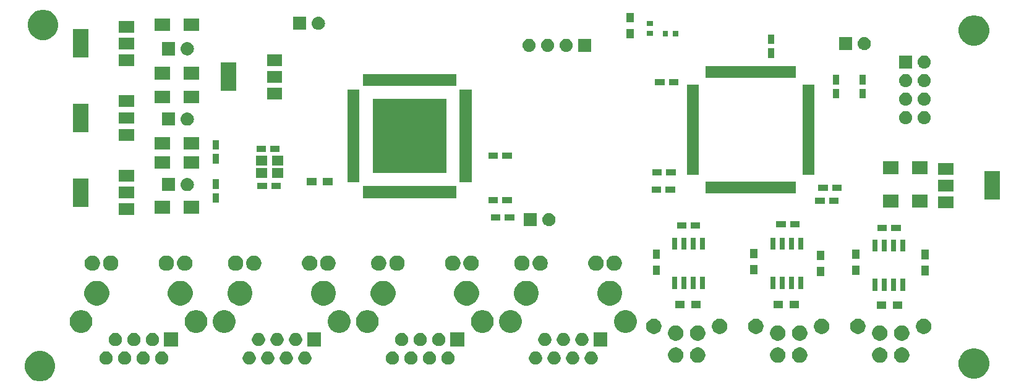
<source format=gbr>
G04 #@! TF.GenerationSoftware,KiCad,Pcbnew,(5.0.2)-1*
G04 #@! TF.CreationDate,2019-03-21T22:25:16+02:00*
G04 #@! TF.ProjectId,AVB switch with Can gateway,41564220-7377-4697-9463-682077697468,v01*
G04 #@! TF.SameCoordinates,Original*
G04 #@! TF.FileFunction,Soldermask,Top*
G04 #@! TF.FilePolarity,Negative*
%FSLAX46Y46*%
G04 Gerber Fmt 4.6, Leading zero omitted, Abs format (unit mm)*
G04 Created by KiCad (PCBNEW (5.0.2)-1) date 3/21/2019 10:25:16 PM*
%MOMM*%
%LPD*%
G01*
G04 APERTURE LIST*
%ADD10C,0.100000*%
G04 APERTURE END LIST*
D10*
G36*
X99504527Y-94047240D02*
X99504530Y-94047241D01*
X99504529Y-94047241D01*
X99883575Y-94204246D01*
X99883576Y-94204247D01*
X100224710Y-94432185D01*
X100514814Y-94722289D01*
X100514816Y-94722292D01*
X100742753Y-95063424D01*
X100800465Y-95202754D01*
X100899759Y-95442472D01*
X100979799Y-95844861D01*
X100979799Y-96255139D01*
X100899759Y-96657528D01*
X100899758Y-96657530D01*
X100742753Y-97036576D01*
X100742752Y-97036577D01*
X100514814Y-97377711D01*
X100224710Y-97667815D01*
X100224707Y-97667817D01*
X99883575Y-97895754D01*
X99590399Y-98017191D01*
X99504527Y-98052760D01*
X99102138Y-98132800D01*
X98691860Y-98132800D01*
X98289471Y-98052760D01*
X98203599Y-98017191D01*
X97910423Y-97895754D01*
X97569291Y-97667817D01*
X97569288Y-97667815D01*
X97279184Y-97377711D01*
X97051246Y-97036577D01*
X97051245Y-97036576D01*
X96894240Y-96657530D01*
X96894239Y-96657528D01*
X96814199Y-96255139D01*
X96814199Y-95844861D01*
X96894239Y-95442472D01*
X96993533Y-95202754D01*
X97051245Y-95063424D01*
X97279182Y-94722292D01*
X97279184Y-94722289D01*
X97569288Y-94432185D01*
X97910422Y-94204247D01*
X97910423Y-94204246D01*
X98289469Y-94047241D01*
X98289468Y-94047241D01*
X98289471Y-94047240D01*
X98691860Y-93967200D01*
X99102138Y-93967200D01*
X99504527Y-94047240D01*
X99504527Y-94047240D01*
G37*
G36*
X227387528Y-93687240D02*
X227387531Y-93687241D01*
X227387530Y-93687241D01*
X227766576Y-93844246D01*
X227790384Y-93860154D01*
X228107711Y-94072185D01*
X228397815Y-94362289D01*
X228397817Y-94362292D01*
X228625754Y-94703424D01*
X228686997Y-94851279D01*
X228782760Y-95082472D01*
X228862800Y-95484861D01*
X228862800Y-95895139D01*
X228782760Y-96297528D01*
X228782759Y-96297530D01*
X228625754Y-96676576D01*
X228625753Y-96676577D01*
X228397815Y-97017711D01*
X228107711Y-97307815D01*
X228107708Y-97307817D01*
X227766576Y-97535754D01*
X227473400Y-97657191D01*
X227387528Y-97692760D01*
X226985139Y-97772800D01*
X226574861Y-97772800D01*
X226172472Y-97692760D01*
X226086600Y-97657191D01*
X225793424Y-97535754D01*
X225452292Y-97307817D01*
X225452289Y-97307815D01*
X225162185Y-97017711D01*
X224934247Y-96676577D01*
X224934246Y-96676576D01*
X224777241Y-96297530D01*
X224777240Y-96297528D01*
X224697200Y-95895139D01*
X224697200Y-95484861D01*
X224777240Y-95082472D01*
X224873003Y-94851279D01*
X224934246Y-94703424D01*
X225162183Y-94362292D01*
X225162185Y-94362289D01*
X225452289Y-94072185D01*
X225769616Y-93860154D01*
X225793424Y-93844246D01*
X226172470Y-93687241D01*
X226172469Y-93687241D01*
X226172472Y-93687240D01*
X226574861Y-93607200D01*
X226985139Y-93607200D01*
X227387528Y-93687240D01*
X227387528Y-93687240D01*
G37*
G36*
X166884141Y-94047240D02*
X167017754Y-94073817D01*
X167181689Y-94141721D01*
X167329227Y-94240303D01*
X167454697Y-94365773D01*
X167553279Y-94513311D01*
X167621183Y-94677246D01*
X167655800Y-94851279D01*
X167655800Y-95028721D01*
X167621183Y-95202754D01*
X167553279Y-95366689D01*
X167454697Y-95514227D01*
X167329227Y-95639697D01*
X167181689Y-95738279D01*
X167017754Y-95806183D01*
X166887229Y-95832146D01*
X166843722Y-95840800D01*
X166666278Y-95840800D01*
X166622771Y-95832146D01*
X166492246Y-95806183D01*
X166328311Y-95738279D01*
X166180773Y-95639697D01*
X166055303Y-95514227D01*
X165956721Y-95366689D01*
X165888817Y-95202754D01*
X165854200Y-95028721D01*
X165854200Y-94851279D01*
X165888817Y-94677246D01*
X165956721Y-94513311D01*
X166055303Y-94365773D01*
X166180773Y-94240303D01*
X166328311Y-94141721D01*
X166492246Y-94073817D01*
X166625859Y-94047240D01*
X166666278Y-94039200D01*
X166843722Y-94039200D01*
X166884141Y-94047240D01*
X166884141Y-94047240D01*
G37*
G36*
X113154141Y-94047240D02*
X113287754Y-94073817D01*
X113451689Y-94141721D01*
X113599227Y-94240303D01*
X113724697Y-94365773D01*
X113823279Y-94513311D01*
X113891183Y-94677246D01*
X113925800Y-94851279D01*
X113925800Y-95028721D01*
X113891183Y-95202754D01*
X113823279Y-95366689D01*
X113724697Y-95514227D01*
X113599227Y-95639697D01*
X113451689Y-95738279D01*
X113287754Y-95806183D01*
X113157229Y-95832146D01*
X113113722Y-95840800D01*
X112936278Y-95840800D01*
X112892771Y-95832146D01*
X112762246Y-95806183D01*
X112598311Y-95738279D01*
X112450773Y-95639697D01*
X112325303Y-95514227D01*
X112226721Y-95366689D01*
X112158817Y-95202754D01*
X112124200Y-95028721D01*
X112124200Y-94851279D01*
X112158817Y-94677246D01*
X112226721Y-94513311D01*
X112325303Y-94365773D01*
X112450773Y-94240303D01*
X112598311Y-94141721D01*
X112762246Y-94073817D01*
X112895859Y-94047240D01*
X112936278Y-94039200D01*
X113113722Y-94039200D01*
X113154141Y-94047240D01*
X113154141Y-94047240D01*
G37*
G36*
X154900807Y-94047240D02*
X155034420Y-94073817D01*
X155198355Y-94141721D01*
X155345893Y-94240303D01*
X155471363Y-94365773D01*
X155569945Y-94513311D01*
X155637849Y-94677246D01*
X155672466Y-94851279D01*
X155672466Y-95028721D01*
X155637849Y-95202754D01*
X155569945Y-95366689D01*
X155471363Y-95514227D01*
X155345893Y-95639697D01*
X155198355Y-95738279D01*
X155034420Y-95806183D01*
X154903895Y-95832146D01*
X154860388Y-95840800D01*
X154682944Y-95840800D01*
X154639437Y-95832146D01*
X154508912Y-95806183D01*
X154344977Y-95738279D01*
X154197439Y-95639697D01*
X154071969Y-95514227D01*
X153973387Y-95366689D01*
X153905483Y-95202754D01*
X153870866Y-95028721D01*
X153870866Y-94851279D01*
X153905483Y-94677246D01*
X153973387Y-94513311D01*
X154071969Y-94365773D01*
X154197439Y-94240303D01*
X154344977Y-94141721D01*
X154508912Y-94073817D01*
X154642525Y-94047240D01*
X154682944Y-94039200D01*
X154860388Y-94039200D01*
X154900807Y-94047240D01*
X154900807Y-94047240D01*
G37*
G36*
X152360807Y-94047240D02*
X152494420Y-94073817D01*
X152658355Y-94141721D01*
X152805893Y-94240303D01*
X152931363Y-94365773D01*
X153029945Y-94513311D01*
X153097849Y-94677246D01*
X153132466Y-94851279D01*
X153132466Y-95028721D01*
X153097849Y-95202754D01*
X153029945Y-95366689D01*
X152931363Y-95514227D01*
X152805893Y-95639697D01*
X152658355Y-95738279D01*
X152494420Y-95806183D01*
X152363895Y-95832146D01*
X152320388Y-95840800D01*
X152142944Y-95840800D01*
X152099437Y-95832146D01*
X151968912Y-95806183D01*
X151804977Y-95738279D01*
X151657439Y-95639697D01*
X151531969Y-95514227D01*
X151433387Y-95366689D01*
X151365483Y-95202754D01*
X151330866Y-95028721D01*
X151330866Y-94851279D01*
X151365483Y-94677246D01*
X151433387Y-94513311D01*
X151531969Y-94365773D01*
X151657439Y-94240303D01*
X151804977Y-94141721D01*
X151968912Y-94073817D01*
X152102525Y-94047240D01*
X152142944Y-94039200D01*
X152320388Y-94039200D01*
X152360807Y-94047240D01*
X152360807Y-94047240D01*
G37*
G36*
X149820807Y-94047240D02*
X149954420Y-94073817D01*
X150118355Y-94141721D01*
X150265893Y-94240303D01*
X150391363Y-94365773D01*
X150489945Y-94513311D01*
X150557849Y-94677246D01*
X150592466Y-94851279D01*
X150592466Y-95028721D01*
X150557849Y-95202754D01*
X150489945Y-95366689D01*
X150391363Y-95514227D01*
X150265893Y-95639697D01*
X150118355Y-95738279D01*
X149954420Y-95806183D01*
X149823895Y-95832146D01*
X149780388Y-95840800D01*
X149602944Y-95840800D01*
X149559437Y-95832146D01*
X149428912Y-95806183D01*
X149264977Y-95738279D01*
X149117439Y-95639697D01*
X148991969Y-95514227D01*
X148893387Y-95366689D01*
X148825483Y-95202754D01*
X148790866Y-95028721D01*
X148790866Y-94851279D01*
X148825483Y-94677246D01*
X148893387Y-94513311D01*
X148991969Y-94365773D01*
X149117439Y-94240303D01*
X149264977Y-94141721D01*
X149428912Y-94073817D01*
X149562525Y-94047240D01*
X149602944Y-94039200D01*
X149780388Y-94039200D01*
X149820807Y-94047240D01*
X149820807Y-94047240D01*
G37*
G36*
X127677474Y-94047240D02*
X127811087Y-94073817D01*
X127975022Y-94141721D01*
X128122560Y-94240303D01*
X128248030Y-94365773D01*
X128346612Y-94513311D01*
X128414516Y-94677246D01*
X128449133Y-94851279D01*
X128449133Y-95028721D01*
X128414516Y-95202754D01*
X128346612Y-95366689D01*
X128248030Y-95514227D01*
X128122560Y-95639697D01*
X127975022Y-95738279D01*
X127811087Y-95806183D01*
X127680562Y-95832146D01*
X127637055Y-95840800D01*
X127459611Y-95840800D01*
X127416104Y-95832146D01*
X127285579Y-95806183D01*
X127121644Y-95738279D01*
X126974106Y-95639697D01*
X126848636Y-95514227D01*
X126750054Y-95366689D01*
X126682150Y-95202754D01*
X126647533Y-95028721D01*
X126647533Y-94851279D01*
X126682150Y-94677246D01*
X126750054Y-94513311D01*
X126848636Y-94365773D01*
X126974106Y-94240303D01*
X127121644Y-94141721D01*
X127285579Y-94073817D01*
X127419192Y-94047240D01*
X127459611Y-94039200D01*
X127637055Y-94039200D01*
X127677474Y-94047240D01*
X127677474Y-94047240D01*
G37*
G36*
X130217474Y-94047240D02*
X130351087Y-94073817D01*
X130515022Y-94141721D01*
X130662560Y-94240303D01*
X130788030Y-94365773D01*
X130886612Y-94513311D01*
X130954516Y-94677246D01*
X130989133Y-94851279D01*
X130989133Y-95028721D01*
X130954516Y-95202754D01*
X130886612Y-95366689D01*
X130788030Y-95514227D01*
X130662560Y-95639697D01*
X130515022Y-95738279D01*
X130351087Y-95806183D01*
X130220562Y-95832146D01*
X130177055Y-95840800D01*
X129999611Y-95840800D01*
X129956104Y-95832146D01*
X129825579Y-95806183D01*
X129661644Y-95738279D01*
X129514106Y-95639697D01*
X129388636Y-95514227D01*
X129290054Y-95366689D01*
X129222150Y-95202754D01*
X129187533Y-95028721D01*
X129187533Y-94851279D01*
X129222150Y-94677246D01*
X129290054Y-94513311D01*
X129388636Y-94365773D01*
X129514106Y-94240303D01*
X129661644Y-94141721D01*
X129825579Y-94073817D01*
X129959192Y-94047240D01*
X129999611Y-94039200D01*
X130177055Y-94039200D01*
X130217474Y-94047240D01*
X130217474Y-94047240D01*
G37*
G36*
X132757474Y-94047240D02*
X132891087Y-94073817D01*
X133055022Y-94141721D01*
X133202560Y-94240303D01*
X133328030Y-94365773D01*
X133426612Y-94513311D01*
X133494516Y-94677246D01*
X133529133Y-94851279D01*
X133529133Y-95028721D01*
X133494516Y-95202754D01*
X133426612Y-95366689D01*
X133328030Y-95514227D01*
X133202560Y-95639697D01*
X133055022Y-95738279D01*
X132891087Y-95806183D01*
X132760562Y-95832146D01*
X132717055Y-95840800D01*
X132539611Y-95840800D01*
X132496104Y-95832146D01*
X132365579Y-95806183D01*
X132201644Y-95738279D01*
X132054106Y-95639697D01*
X131928636Y-95514227D01*
X131830054Y-95366689D01*
X131762150Y-95202754D01*
X131727533Y-95028721D01*
X131727533Y-94851279D01*
X131762150Y-94677246D01*
X131830054Y-94513311D01*
X131928636Y-94365773D01*
X132054106Y-94240303D01*
X132201644Y-94141721D01*
X132365579Y-94073817D01*
X132499192Y-94047240D01*
X132539611Y-94039200D01*
X132717055Y-94039200D01*
X132757474Y-94047240D01*
X132757474Y-94047240D01*
G37*
G36*
X135297474Y-94047240D02*
X135431087Y-94073817D01*
X135595022Y-94141721D01*
X135742560Y-94240303D01*
X135868030Y-94365773D01*
X135966612Y-94513311D01*
X136034516Y-94677246D01*
X136069133Y-94851279D01*
X136069133Y-95028721D01*
X136034516Y-95202754D01*
X135966612Y-95366689D01*
X135868030Y-95514227D01*
X135742560Y-95639697D01*
X135595022Y-95738279D01*
X135431087Y-95806183D01*
X135300562Y-95832146D01*
X135257055Y-95840800D01*
X135079611Y-95840800D01*
X135036104Y-95832146D01*
X134905579Y-95806183D01*
X134741644Y-95738279D01*
X134594106Y-95639697D01*
X134468636Y-95514227D01*
X134370054Y-95366689D01*
X134302150Y-95202754D01*
X134267533Y-95028721D01*
X134267533Y-94851279D01*
X134302150Y-94677246D01*
X134370054Y-94513311D01*
X134468636Y-94365773D01*
X134594106Y-94240303D01*
X134741644Y-94141721D01*
X134905579Y-94073817D01*
X135039192Y-94047240D01*
X135079611Y-94039200D01*
X135257055Y-94039200D01*
X135297474Y-94047240D01*
X135297474Y-94047240D01*
G37*
G36*
X108074141Y-94047240D02*
X108207754Y-94073817D01*
X108371689Y-94141721D01*
X108519227Y-94240303D01*
X108644697Y-94365773D01*
X108743279Y-94513311D01*
X108811183Y-94677246D01*
X108845800Y-94851279D01*
X108845800Y-95028721D01*
X108811183Y-95202754D01*
X108743279Y-95366689D01*
X108644697Y-95514227D01*
X108519227Y-95639697D01*
X108371689Y-95738279D01*
X108207754Y-95806183D01*
X108077229Y-95832146D01*
X108033722Y-95840800D01*
X107856278Y-95840800D01*
X107812771Y-95832146D01*
X107682246Y-95806183D01*
X107518311Y-95738279D01*
X107370773Y-95639697D01*
X107245303Y-95514227D01*
X107146721Y-95366689D01*
X107078817Y-95202754D01*
X107044200Y-95028721D01*
X107044200Y-94851279D01*
X107078817Y-94677246D01*
X107146721Y-94513311D01*
X107245303Y-94365773D01*
X107370773Y-94240303D01*
X107518311Y-94141721D01*
X107682246Y-94073817D01*
X107815859Y-94047240D01*
X107856278Y-94039200D01*
X108033722Y-94039200D01*
X108074141Y-94047240D01*
X108074141Y-94047240D01*
G37*
G36*
X110614141Y-94047240D02*
X110747754Y-94073817D01*
X110911689Y-94141721D01*
X111059227Y-94240303D01*
X111184697Y-94365773D01*
X111283279Y-94513311D01*
X111351183Y-94677246D01*
X111385800Y-94851279D01*
X111385800Y-95028721D01*
X111351183Y-95202754D01*
X111283279Y-95366689D01*
X111184697Y-95514227D01*
X111059227Y-95639697D01*
X110911689Y-95738279D01*
X110747754Y-95806183D01*
X110617229Y-95832146D01*
X110573722Y-95840800D01*
X110396278Y-95840800D01*
X110352771Y-95832146D01*
X110222246Y-95806183D01*
X110058311Y-95738279D01*
X109910773Y-95639697D01*
X109785303Y-95514227D01*
X109686721Y-95366689D01*
X109618817Y-95202754D01*
X109584200Y-95028721D01*
X109584200Y-94851279D01*
X109618817Y-94677246D01*
X109686721Y-94513311D01*
X109785303Y-94365773D01*
X109910773Y-94240303D01*
X110058311Y-94141721D01*
X110222246Y-94073817D01*
X110355859Y-94047240D01*
X110396278Y-94039200D01*
X110573722Y-94039200D01*
X110614141Y-94047240D01*
X110614141Y-94047240D01*
G37*
G36*
X115694141Y-94047240D02*
X115827754Y-94073817D01*
X115991689Y-94141721D01*
X116139227Y-94240303D01*
X116264697Y-94365773D01*
X116363279Y-94513311D01*
X116431183Y-94677246D01*
X116465800Y-94851279D01*
X116465800Y-95028721D01*
X116431183Y-95202754D01*
X116363279Y-95366689D01*
X116264697Y-95514227D01*
X116139227Y-95639697D01*
X115991689Y-95738279D01*
X115827754Y-95806183D01*
X115697229Y-95832146D01*
X115653722Y-95840800D01*
X115476278Y-95840800D01*
X115432771Y-95832146D01*
X115302246Y-95806183D01*
X115138311Y-95738279D01*
X114990773Y-95639697D01*
X114865303Y-95514227D01*
X114766721Y-95366689D01*
X114698817Y-95202754D01*
X114664200Y-95028721D01*
X114664200Y-94851279D01*
X114698817Y-94677246D01*
X114766721Y-94513311D01*
X114865303Y-94365773D01*
X114990773Y-94240303D01*
X115138311Y-94141721D01*
X115302246Y-94073817D01*
X115435859Y-94047240D01*
X115476278Y-94039200D01*
X115653722Y-94039200D01*
X115694141Y-94047240D01*
X115694141Y-94047240D01*
G37*
G36*
X147280807Y-94047240D02*
X147414420Y-94073817D01*
X147578355Y-94141721D01*
X147725893Y-94240303D01*
X147851363Y-94365773D01*
X147949945Y-94513311D01*
X148017849Y-94677246D01*
X148052466Y-94851279D01*
X148052466Y-95028721D01*
X148017849Y-95202754D01*
X147949945Y-95366689D01*
X147851363Y-95514227D01*
X147725893Y-95639697D01*
X147578355Y-95738279D01*
X147414420Y-95806183D01*
X147283895Y-95832146D01*
X147240388Y-95840800D01*
X147062944Y-95840800D01*
X147019437Y-95832146D01*
X146888912Y-95806183D01*
X146724977Y-95738279D01*
X146577439Y-95639697D01*
X146451969Y-95514227D01*
X146353387Y-95366689D01*
X146285483Y-95202754D01*
X146250866Y-95028721D01*
X146250866Y-94851279D01*
X146285483Y-94677246D01*
X146353387Y-94513311D01*
X146451969Y-94365773D01*
X146577439Y-94240303D01*
X146724977Y-94141721D01*
X146888912Y-94073817D01*
X147022525Y-94047240D01*
X147062944Y-94039200D01*
X147240388Y-94039200D01*
X147280807Y-94047240D01*
X147280807Y-94047240D01*
G37*
G36*
X174504141Y-94047240D02*
X174637754Y-94073817D01*
X174801689Y-94141721D01*
X174949227Y-94240303D01*
X175074697Y-94365773D01*
X175173279Y-94513311D01*
X175241183Y-94677246D01*
X175275800Y-94851279D01*
X175275800Y-95028721D01*
X175241183Y-95202754D01*
X175173279Y-95366689D01*
X175074697Y-95514227D01*
X174949227Y-95639697D01*
X174801689Y-95738279D01*
X174637754Y-95806183D01*
X174507229Y-95832146D01*
X174463722Y-95840800D01*
X174286278Y-95840800D01*
X174242771Y-95832146D01*
X174112246Y-95806183D01*
X173948311Y-95738279D01*
X173800773Y-95639697D01*
X173675303Y-95514227D01*
X173576721Y-95366689D01*
X173508817Y-95202754D01*
X173474200Y-95028721D01*
X173474200Y-94851279D01*
X173508817Y-94677246D01*
X173576721Y-94513311D01*
X173675303Y-94365773D01*
X173800773Y-94240303D01*
X173948311Y-94141721D01*
X174112246Y-94073817D01*
X174245859Y-94047240D01*
X174286278Y-94039200D01*
X174463722Y-94039200D01*
X174504141Y-94047240D01*
X174504141Y-94047240D01*
G37*
G36*
X171964141Y-94047240D02*
X172097754Y-94073817D01*
X172261689Y-94141721D01*
X172409227Y-94240303D01*
X172534697Y-94365773D01*
X172633279Y-94513311D01*
X172701183Y-94677246D01*
X172735800Y-94851279D01*
X172735800Y-95028721D01*
X172701183Y-95202754D01*
X172633279Y-95366689D01*
X172534697Y-95514227D01*
X172409227Y-95639697D01*
X172261689Y-95738279D01*
X172097754Y-95806183D01*
X171967229Y-95832146D01*
X171923722Y-95840800D01*
X171746278Y-95840800D01*
X171702771Y-95832146D01*
X171572246Y-95806183D01*
X171408311Y-95738279D01*
X171260773Y-95639697D01*
X171135303Y-95514227D01*
X171036721Y-95366689D01*
X170968817Y-95202754D01*
X170934200Y-95028721D01*
X170934200Y-94851279D01*
X170968817Y-94677246D01*
X171036721Y-94513311D01*
X171135303Y-94365773D01*
X171260773Y-94240303D01*
X171408311Y-94141721D01*
X171572246Y-94073817D01*
X171705859Y-94047240D01*
X171746278Y-94039200D01*
X171923722Y-94039200D01*
X171964141Y-94047240D01*
X171964141Y-94047240D01*
G37*
G36*
X169424141Y-94047240D02*
X169557754Y-94073817D01*
X169721689Y-94141721D01*
X169869227Y-94240303D01*
X169994697Y-94365773D01*
X170093279Y-94513311D01*
X170161183Y-94677246D01*
X170195800Y-94851279D01*
X170195800Y-95028721D01*
X170161183Y-95202754D01*
X170093279Y-95366689D01*
X169994697Y-95514227D01*
X169869227Y-95639697D01*
X169721689Y-95738279D01*
X169557754Y-95806183D01*
X169427229Y-95832146D01*
X169383722Y-95840800D01*
X169206278Y-95840800D01*
X169162771Y-95832146D01*
X169032246Y-95806183D01*
X168868311Y-95738279D01*
X168720773Y-95639697D01*
X168595303Y-95514227D01*
X168496721Y-95366689D01*
X168428817Y-95202754D01*
X168394200Y-95028721D01*
X168394200Y-94851279D01*
X168428817Y-94677246D01*
X168496721Y-94513311D01*
X168595303Y-94365773D01*
X168720773Y-94240303D01*
X168868311Y-94141721D01*
X169032246Y-94073817D01*
X169165859Y-94047240D01*
X169206278Y-94039200D01*
X169383722Y-94039200D01*
X169424141Y-94047240D01*
X169424141Y-94047240D01*
G37*
G36*
X200228507Y-93519582D02*
X200419740Y-93598793D01*
X200552110Y-93687240D01*
X200591849Y-93713793D01*
X200738207Y-93860151D01*
X200738209Y-93860154D01*
X200853207Y-94032260D01*
X200932418Y-94223493D01*
X200972800Y-94426505D01*
X200972800Y-94633495D01*
X200932418Y-94836507D01*
X200853207Y-95027740D01*
X200816637Y-95082470D01*
X200738207Y-95199849D01*
X200591849Y-95346207D01*
X200591846Y-95346209D01*
X200419740Y-95461207D01*
X200228507Y-95540418D01*
X200025495Y-95580800D01*
X199818505Y-95580800D01*
X199615493Y-95540418D01*
X199424260Y-95461207D01*
X199252154Y-95346209D01*
X199252151Y-95346207D01*
X199105793Y-95199849D01*
X199027363Y-95082470D01*
X198990793Y-95027740D01*
X198911582Y-94836507D01*
X198871200Y-94633495D01*
X198871200Y-94426505D01*
X198911582Y-94223493D01*
X198990793Y-94032260D01*
X199105791Y-93860154D01*
X199105793Y-93860151D01*
X199252151Y-93713793D01*
X199291890Y-93687240D01*
X199424260Y-93598793D01*
X199615493Y-93519582D01*
X199818505Y-93479200D01*
X200025495Y-93479200D01*
X200228507Y-93519582D01*
X200228507Y-93519582D01*
G37*
G36*
X186258507Y-93519582D02*
X186449740Y-93598793D01*
X186582110Y-93687240D01*
X186621849Y-93713793D01*
X186768207Y-93860151D01*
X186768209Y-93860154D01*
X186883207Y-94032260D01*
X186962418Y-94223493D01*
X187002800Y-94426505D01*
X187002800Y-94633495D01*
X186962418Y-94836507D01*
X186883207Y-95027740D01*
X186846637Y-95082470D01*
X186768207Y-95199849D01*
X186621849Y-95346207D01*
X186621846Y-95346209D01*
X186449740Y-95461207D01*
X186258507Y-95540418D01*
X186055495Y-95580800D01*
X185848505Y-95580800D01*
X185645493Y-95540418D01*
X185454260Y-95461207D01*
X185282154Y-95346209D01*
X185282151Y-95346207D01*
X185135793Y-95199849D01*
X185057363Y-95082470D01*
X185020793Y-95027740D01*
X184941582Y-94836507D01*
X184901200Y-94633495D01*
X184901200Y-94426505D01*
X184941582Y-94223493D01*
X185020793Y-94032260D01*
X185135791Y-93860154D01*
X185135793Y-93860151D01*
X185282151Y-93713793D01*
X185321890Y-93687240D01*
X185454260Y-93598793D01*
X185645493Y-93519582D01*
X185848505Y-93479200D01*
X186055495Y-93479200D01*
X186258507Y-93519582D01*
X186258507Y-93519582D01*
G37*
G36*
X217198507Y-93519582D02*
X217389740Y-93598793D01*
X217522110Y-93687240D01*
X217561849Y-93713793D01*
X217708207Y-93860151D01*
X217708209Y-93860154D01*
X217823207Y-94032260D01*
X217902418Y-94223493D01*
X217942800Y-94426505D01*
X217942800Y-94633495D01*
X217902418Y-94836507D01*
X217823207Y-95027740D01*
X217786637Y-95082470D01*
X217708207Y-95199849D01*
X217561849Y-95346207D01*
X217561846Y-95346209D01*
X217389740Y-95461207D01*
X217198507Y-95540418D01*
X216995495Y-95580800D01*
X216788505Y-95580800D01*
X216585493Y-95540418D01*
X216394260Y-95461207D01*
X216222154Y-95346209D01*
X216222151Y-95346207D01*
X216075793Y-95199849D01*
X215997363Y-95082470D01*
X215960793Y-95027740D01*
X215881582Y-94836507D01*
X215841200Y-94633495D01*
X215841200Y-94426505D01*
X215881582Y-94223493D01*
X215960793Y-94032260D01*
X216075791Y-93860154D01*
X216075793Y-93860151D01*
X216222151Y-93713793D01*
X216261890Y-93687240D01*
X216394260Y-93598793D01*
X216585493Y-93519582D01*
X216788505Y-93479200D01*
X216995495Y-93479200D01*
X217198507Y-93519582D01*
X217198507Y-93519582D01*
G37*
G36*
X214198507Y-93519582D02*
X214389740Y-93598793D01*
X214522110Y-93687240D01*
X214561849Y-93713793D01*
X214708207Y-93860151D01*
X214708209Y-93860154D01*
X214823207Y-94032260D01*
X214902418Y-94223493D01*
X214942800Y-94426505D01*
X214942800Y-94633495D01*
X214902418Y-94836507D01*
X214823207Y-95027740D01*
X214786637Y-95082470D01*
X214708207Y-95199849D01*
X214561849Y-95346207D01*
X214561846Y-95346209D01*
X214389740Y-95461207D01*
X214198507Y-95540418D01*
X213995495Y-95580800D01*
X213788505Y-95580800D01*
X213585493Y-95540418D01*
X213394260Y-95461207D01*
X213222154Y-95346209D01*
X213222151Y-95346207D01*
X213075793Y-95199849D01*
X212997363Y-95082470D01*
X212960793Y-95027740D01*
X212881582Y-94836507D01*
X212841200Y-94633495D01*
X212841200Y-94426505D01*
X212881582Y-94223493D01*
X212960793Y-94032260D01*
X213075791Y-93860154D01*
X213075793Y-93860151D01*
X213222151Y-93713793D01*
X213261890Y-93687240D01*
X213394260Y-93598793D01*
X213585493Y-93519582D01*
X213788505Y-93479200D01*
X213995495Y-93479200D01*
X214198507Y-93519582D01*
X214198507Y-93519582D01*
G37*
G36*
X203228507Y-93519582D02*
X203419740Y-93598793D01*
X203552110Y-93687240D01*
X203591849Y-93713793D01*
X203738207Y-93860151D01*
X203738209Y-93860154D01*
X203853207Y-94032260D01*
X203932418Y-94223493D01*
X203972800Y-94426505D01*
X203972800Y-94633495D01*
X203932418Y-94836507D01*
X203853207Y-95027740D01*
X203816637Y-95082470D01*
X203738207Y-95199849D01*
X203591849Y-95346207D01*
X203591846Y-95346209D01*
X203419740Y-95461207D01*
X203228507Y-95540418D01*
X203025495Y-95580800D01*
X202818505Y-95580800D01*
X202615493Y-95540418D01*
X202424260Y-95461207D01*
X202252154Y-95346209D01*
X202252151Y-95346207D01*
X202105793Y-95199849D01*
X202027363Y-95082470D01*
X201990793Y-95027740D01*
X201911582Y-94836507D01*
X201871200Y-94633495D01*
X201871200Y-94426505D01*
X201911582Y-94223493D01*
X201990793Y-94032260D01*
X202105791Y-93860154D01*
X202105793Y-93860151D01*
X202252151Y-93713793D01*
X202291890Y-93687240D01*
X202424260Y-93598793D01*
X202615493Y-93519582D01*
X202818505Y-93479200D01*
X203025495Y-93479200D01*
X203228507Y-93519582D01*
X203228507Y-93519582D01*
G37*
G36*
X189258507Y-93519582D02*
X189449740Y-93598793D01*
X189582110Y-93687240D01*
X189621849Y-93713793D01*
X189768207Y-93860151D01*
X189768209Y-93860154D01*
X189883207Y-94032260D01*
X189962418Y-94223493D01*
X190002800Y-94426505D01*
X190002800Y-94633495D01*
X189962418Y-94836507D01*
X189883207Y-95027740D01*
X189846637Y-95082470D01*
X189768207Y-95199849D01*
X189621849Y-95346207D01*
X189621846Y-95346209D01*
X189449740Y-95461207D01*
X189258507Y-95540418D01*
X189055495Y-95580800D01*
X188848505Y-95580800D01*
X188645493Y-95540418D01*
X188454260Y-95461207D01*
X188282154Y-95346209D01*
X188282151Y-95346207D01*
X188135793Y-95199849D01*
X188057363Y-95082470D01*
X188020793Y-95027740D01*
X187941582Y-94836507D01*
X187901200Y-94633495D01*
X187901200Y-94426505D01*
X187941582Y-94223493D01*
X188020793Y-94032260D01*
X188135791Y-93860154D01*
X188135793Y-93860151D01*
X188282151Y-93713793D01*
X188321890Y-93687240D01*
X188454260Y-93598793D01*
X188645493Y-93519582D01*
X188848505Y-93479200D01*
X189055495Y-93479200D01*
X189258507Y-93519582D01*
X189258507Y-93519582D01*
G37*
G36*
X156992466Y-93350800D02*
X155090866Y-93350800D01*
X155090866Y-91449200D01*
X156992466Y-91449200D01*
X156992466Y-93350800D01*
X156992466Y-93350800D01*
G37*
G36*
X117785800Y-93350800D02*
X115884200Y-93350800D01*
X115884200Y-91449200D01*
X117785800Y-91449200D01*
X117785800Y-93350800D01*
X117785800Y-93350800D01*
G37*
G36*
X137389133Y-93350800D02*
X135487533Y-93350800D01*
X135487533Y-91449200D01*
X137389133Y-91449200D01*
X137389133Y-93350800D01*
X137389133Y-93350800D01*
G37*
G36*
X176595800Y-93350800D02*
X174694200Y-93350800D01*
X174694200Y-91449200D01*
X176595800Y-91449200D01*
X176595800Y-93350800D01*
X176595800Y-93350800D01*
G37*
G36*
X173237229Y-91507854D02*
X173367754Y-91533817D01*
X173531689Y-91601721D01*
X173679227Y-91700303D01*
X173804697Y-91825773D01*
X173903279Y-91973311D01*
X173971183Y-92137246D01*
X174005800Y-92311279D01*
X174005800Y-92488721D01*
X173971183Y-92662754D01*
X173903279Y-92826689D01*
X173804697Y-92974227D01*
X173679227Y-93099697D01*
X173531689Y-93198279D01*
X173367754Y-93266183D01*
X173237229Y-93292146D01*
X173193722Y-93300800D01*
X173016278Y-93300800D01*
X172972771Y-93292146D01*
X172842246Y-93266183D01*
X172678311Y-93198279D01*
X172530773Y-93099697D01*
X172405303Y-92974227D01*
X172306721Y-92826689D01*
X172238817Y-92662754D01*
X172204200Y-92488721D01*
X172204200Y-92311279D01*
X172238817Y-92137246D01*
X172306721Y-91973311D01*
X172405303Y-91825773D01*
X172530773Y-91700303D01*
X172678311Y-91601721D01*
X172842246Y-91533817D01*
X172972771Y-91507854D01*
X173016278Y-91499200D01*
X173193722Y-91499200D01*
X173237229Y-91507854D01*
X173237229Y-91507854D01*
G37*
G36*
X170697229Y-91507854D02*
X170827754Y-91533817D01*
X170991689Y-91601721D01*
X171139227Y-91700303D01*
X171264697Y-91825773D01*
X171363279Y-91973311D01*
X171431183Y-92137246D01*
X171465800Y-92311279D01*
X171465800Y-92488721D01*
X171431183Y-92662754D01*
X171363279Y-92826689D01*
X171264697Y-92974227D01*
X171139227Y-93099697D01*
X170991689Y-93198279D01*
X170827754Y-93266183D01*
X170697229Y-93292146D01*
X170653722Y-93300800D01*
X170476278Y-93300800D01*
X170432771Y-93292146D01*
X170302246Y-93266183D01*
X170138311Y-93198279D01*
X169990773Y-93099697D01*
X169865303Y-92974227D01*
X169766721Y-92826689D01*
X169698817Y-92662754D01*
X169664200Y-92488721D01*
X169664200Y-92311279D01*
X169698817Y-92137246D01*
X169766721Y-91973311D01*
X169865303Y-91825773D01*
X169990773Y-91700303D01*
X170138311Y-91601721D01*
X170302246Y-91533817D01*
X170432771Y-91507854D01*
X170476278Y-91499200D01*
X170653722Y-91499200D01*
X170697229Y-91507854D01*
X170697229Y-91507854D01*
G37*
G36*
X168157229Y-91507854D02*
X168287754Y-91533817D01*
X168451689Y-91601721D01*
X168599227Y-91700303D01*
X168724697Y-91825773D01*
X168823279Y-91973311D01*
X168891183Y-92137246D01*
X168925800Y-92311279D01*
X168925800Y-92488721D01*
X168891183Y-92662754D01*
X168823279Y-92826689D01*
X168724697Y-92974227D01*
X168599227Y-93099697D01*
X168451689Y-93198279D01*
X168287754Y-93266183D01*
X168157229Y-93292146D01*
X168113722Y-93300800D01*
X167936278Y-93300800D01*
X167892771Y-93292146D01*
X167762246Y-93266183D01*
X167598311Y-93198279D01*
X167450773Y-93099697D01*
X167325303Y-92974227D01*
X167226721Y-92826689D01*
X167158817Y-92662754D01*
X167124200Y-92488721D01*
X167124200Y-92311279D01*
X167158817Y-92137246D01*
X167226721Y-91973311D01*
X167325303Y-91825773D01*
X167450773Y-91700303D01*
X167598311Y-91601721D01*
X167762246Y-91533817D01*
X167892771Y-91507854D01*
X167936278Y-91499200D01*
X168113722Y-91499200D01*
X168157229Y-91507854D01*
X168157229Y-91507854D01*
G37*
G36*
X128950562Y-91507854D02*
X129081087Y-91533817D01*
X129245022Y-91601721D01*
X129392560Y-91700303D01*
X129518030Y-91825773D01*
X129616612Y-91973311D01*
X129684516Y-92137246D01*
X129719133Y-92311279D01*
X129719133Y-92488721D01*
X129684516Y-92662754D01*
X129616612Y-92826689D01*
X129518030Y-92974227D01*
X129392560Y-93099697D01*
X129245022Y-93198279D01*
X129081087Y-93266183D01*
X128950562Y-93292146D01*
X128907055Y-93300800D01*
X128729611Y-93300800D01*
X128686104Y-93292146D01*
X128555579Y-93266183D01*
X128391644Y-93198279D01*
X128244106Y-93099697D01*
X128118636Y-92974227D01*
X128020054Y-92826689D01*
X127952150Y-92662754D01*
X127917533Y-92488721D01*
X127917533Y-92311279D01*
X127952150Y-92137246D01*
X128020054Y-91973311D01*
X128118636Y-91825773D01*
X128244106Y-91700303D01*
X128391644Y-91601721D01*
X128555579Y-91533817D01*
X128686104Y-91507854D01*
X128729611Y-91499200D01*
X128907055Y-91499200D01*
X128950562Y-91507854D01*
X128950562Y-91507854D01*
G37*
G36*
X151093895Y-91507854D02*
X151224420Y-91533817D01*
X151388355Y-91601721D01*
X151535893Y-91700303D01*
X151661363Y-91825773D01*
X151759945Y-91973311D01*
X151827849Y-92137246D01*
X151862466Y-92311279D01*
X151862466Y-92488721D01*
X151827849Y-92662754D01*
X151759945Y-92826689D01*
X151661363Y-92974227D01*
X151535893Y-93099697D01*
X151388355Y-93198279D01*
X151224420Y-93266183D01*
X151093895Y-93292146D01*
X151050388Y-93300800D01*
X150872944Y-93300800D01*
X150829437Y-93292146D01*
X150698912Y-93266183D01*
X150534977Y-93198279D01*
X150387439Y-93099697D01*
X150261969Y-92974227D01*
X150163387Y-92826689D01*
X150095483Y-92662754D01*
X150060866Y-92488721D01*
X150060866Y-92311279D01*
X150095483Y-92137246D01*
X150163387Y-91973311D01*
X150261969Y-91825773D01*
X150387439Y-91700303D01*
X150534977Y-91601721D01*
X150698912Y-91533817D01*
X150829437Y-91507854D01*
X150872944Y-91499200D01*
X151050388Y-91499200D01*
X151093895Y-91507854D01*
X151093895Y-91507854D01*
G37*
G36*
X148553895Y-91507854D02*
X148684420Y-91533817D01*
X148848355Y-91601721D01*
X148995893Y-91700303D01*
X149121363Y-91825773D01*
X149219945Y-91973311D01*
X149287849Y-92137246D01*
X149322466Y-92311279D01*
X149322466Y-92488721D01*
X149287849Y-92662754D01*
X149219945Y-92826689D01*
X149121363Y-92974227D01*
X148995893Y-93099697D01*
X148848355Y-93198279D01*
X148684420Y-93266183D01*
X148553895Y-93292146D01*
X148510388Y-93300800D01*
X148332944Y-93300800D01*
X148289437Y-93292146D01*
X148158912Y-93266183D01*
X147994977Y-93198279D01*
X147847439Y-93099697D01*
X147721969Y-92974227D01*
X147623387Y-92826689D01*
X147555483Y-92662754D01*
X147520866Y-92488721D01*
X147520866Y-92311279D01*
X147555483Y-92137246D01*
X147623387Y-91973311D01*
X147721969Y-91825773D01*
X147847439Y-91700303D01*
X147994977Y-91601721D01*
X148158912Y-91533817D01*
X148289437Y-91507854D01*
X148332944Y-91499200D01*
X148510388Y-91499200D01*
X148553895Y-91507854D01*
X148553895Y-91507854D01*
G37*
G36*
X131490562Y-91507854D02*
X131621087Y-91533817D01*
X131785022Y-91601721D01*
X131932560Y-91700303D01*
X132058030Y-91825773D01*
X132156612Y-91973311D01*
X132224516Y-92137246D01*
X132259133Y-92311279D01*
X132259133Y-92488721D01*
X132224516Y-92662754D01*
X132156612Y-92826689D01*
X132058030Y-92974227D01*
X131932560Y-93099697D01*
X131785022Y-93198279D01*
X131621087Y-93266183D01*
X131490562Y-93292146D01*
X131447055Y-93300800D01*
X131269611Y-93300800D01*
X131226104Y-93292146D01*
X131095579Y-93266183D01*
X130931644Y-93198279D01*
X130784106Y-93099697D01*
X130658636Y-92974227D01*
X130560054Y-92826689D01*
X130492150Y-92662754D01*
X130457533Y-92488721D01*
X130457533Y-92311279D01*
X130492150Y-92137246D01*
X130560054Y-91973311D01*
X130658636Y-91825773D01*
X130784106Y-91700303D01*
X130931644Y-91601721D01*
X131095579Y-91533817D01*
X131226104Y-91507854D01*
X131269611Y-91499200D01*
X131447055Y-91499200D01*
X131490562Y-91507854D01*
X131490562Y-91507854D01*
G37*
G36*
X109347229Y-91507854D02*
X109477754Y-91533817D01*
X109641689Y-91601721D01*
X109789227Y-91700303D01*
X109914697Y-91825773D01*
X110013279Y-91973311D01*
X110081183Y-92137246D01*
X110115800Y-92311279D01*
X110115800Y-92488721D01*
X110081183Y-92662754D01*
X110013279Y-92826689D01*
X109914697Y-92974227D01*
X109789227Y-93099697D01*
X109641689Y-93198279D01*
X109477754Y-93266183D01*
X109347229Y-93292146D01*
X109303722Y-93300800D01*
X109126278Y-93300800D01*
X109082771Y-93292146D01*
X108952246Y-93266183D01*
X108788311Y-93198279D01*
X108640773Y-93099697D01*
X108515303Y-92974227D01*
X108416721Y-92826689D01*
X108348817Y-92662754D01*
X108314200Y-92488721D01*
X108314200Y-92311279D01*
X108348817Y-92137246D01*
X108416721Y-91973311D01*
X108515303Y-91825773D01*
X108640773Y-91700303D01*
X108788311Y-91601721D01*
X108952246Y-91533817D01*
X109082771Y-91507854D01*
X109126278Y-91499200D01*
X109303722Y-91499200D01*
X109347229Y-91507854D01*
X109347229Y-91507854D01*
G37*
G36*
X114427229Y-91507854D02*
X114557754Y-91533817D01*
X114721689Y-91601721D01*
X114869227Y-91700303D01*
X114994697Y-91825773D01*
X115093279Y-91973311D01*
X115161183Y-92137246D01*
X115195800Y-92311279D01*
X115195800Y-92488721D01*
X115161183Y-92662754D01*
X115093279Y-92826689D01*
X114994697Y-92974227D01*
X114869227Y-93099697D01*
X114721689Y-93198279D01*
X114557754Y-93266183D01*
X114427229Y-93292146D01*
X114383722Y-93300800D01*
X114206278Y-93300800D01*
X114162771Y-93292146D01*
X114032246Y-93266183D01*
X113868311Y-93198279D01*
X113720773Y-93099697D01*
X113595303Y-92974227D01*
X113496721Y-92826689D01*
X113428817Y-92662754D01*
X113394200Y-92488721D01*
X113394200Y-92311279D01*
X113428817Y-92137246D01*
X113496721Y-91973311D01*
X113595303Y-91825773D01*
X113720773Y-91700303D01*
X113868311Y-91601721D01*
X114032246Y-91533817D01*
X114162771Y-91507854D01*
X114206278Y-91499200D01*
X114383722Y-91499200D01*
X114427229Y-91507854D01*
X114427229Y-91507854D01*
G37*
G36*
X111887229Y-91507854D02*
X112017754Y-91533817D01*
X112181689Y-91601721D01*
X112329227Y-91700303D01*
X112454697Y-91825773D01*
X112553279Y-91973311D01*
X112621183Y-92137246D01*
X112655800Y-92311279D01*
X112655800Y-92488721D01*
X112621183Y-92662754D01*
X112553279Y-92826689D01*
X112454697Y-92974227D01*
X112329227Y-93099697D01*
X112181689Y-93198279D01*
X112017754Y-93266183D01*
X111887229Y-93292146D01*
X111843722Y-93300800D01*
X111666278Y-93300800D01*
X111622771Y-93292146D01*
X111492246Y-93266183D01*
X111328311Y-93198279D01*
X111180773Y-93099697D01*
X111055303Y-92974227D01*
X110956721Y-92826689D01*
X110888817Y-92662754D01*
X110854200Y-92488721D01*
X110854200Y-92311279D01*
X110888817Y-92137246D01*
X110956721Y-91973311D01*
X111055303Y-91825773D01*
X111180773Y-91700303D01*
X111328311Y-91601721D01*
X111492246Y-91533817D01*
X111622771Y-91507854D01*
X111666278Y-91499200D01*
X111843722Y-91499200D01*
X111887229Y-91507854D01*
X111887229Y-91507854D01*
G37*
G36*
X153633895Y-91507854D02*
X153764420Y-91533817D01*
X153928355Y-91601721D01*
X154075893Y-91700303D01*
X154201363Y-91825773D01*
X154299945Y-91973311D01*
X154367849Y-92137246D01*
X154402466Y-92311279D01*
X154402466Y-92488721D01*
X154367849Y-92662754D01*
X154299945Y-92826689D01*
X154201363Y-92974227D01*
X154075893Y-93099697D01*
X153928355Y-93198279D01*
X153764420Y-93266183D01*
X153633895Y-93292146D01*
X153590388Y-93300800D01*
X153412944Y-93300800D01*
X153369437Y-93292146D01*
X153238912Y-93266183D01*
X153074977Y-93198279D01*
X152927439Y-93099697D01*
X152801969Y-92974227D01*
X152703387Y-92826689D01*
X152635483Y-92662754D01*
X152600866Y-92488721D01*
X152600866Y-92311279D01*
X152635483Y-92137246D01*
X152703387Y-91973311D01*
X152801969Y-91825773D01*
X152927439Y-91700303D01*
X153074977Y-91601721D01*
X153238912Y-91533817D01*
X153369437Y-91507854D01*
X153412944Y-91499200D01*
X153590388Y-91499200D01*
X153633895Y-91507854D01*
X153633895Y-91507854D01*
G37*
G36*
X134030562Y-91507854D02*
X134161087Y-91533817D01*
X134325022Y-91601721D01*
X134472560Y-91700303D01*
X134598030Y-91825773D01*
X134696612Y-91973311D01*
X134764516Y-92137246D01*
X134799133Y-92311279D01*
X134799133Y-92488721D01*
X134764516Y-92662754D01*
X134696612Y-92826689D01*
X134598030Y-92974227D01*
X134472560Y-93099697D01*
X134325022Y-93198279D01*
X134161087Y-93266183D01*
X134030562Y-93292146D01*
X133987055Y-93300800D01*
X133809611Y-93300800D01*
X133766104Y-93292146D01*
X133635579Y-93266183D01*
X133471644Y-93198279D01*
X133324106Y-93099697D01*
X133198636Y-92974227D01*
X133100054Y-92826689D01*
X133032150Y-92662754D01*
X132997533Y-92488721D01*
X132997533Y-92311279D01*
X133032150Y-92137246D01*
X133100054Y-91973311D01*
X133198636Y-91825773D01*
X133324106Y-91700303D01*
X133471644Y-91601721D01*
X133635579Y-91533817D01*
X133766104Y-91507854D01*
X133809611Y-91499200D01*
X133987055Y-91499200D01*
X134030562Y-91507854D01*
X134030562Y-91507854D01*
G37*
G36*
X214198507Y-90519582D02*
X214389740Y-90598793D01*
X214531471Y-90693495D01*
X214561849Y-90713793D01*
X214708207Y-90860151D01*
X214708209Y-90860154D01*
X214823207Y-91032260D01*
X214902418Y-91223493D01*
X214942800Y-91426505D01*
X214942800Y-91633495D01*
X214902418Y-91836507D01*
X214823207Y-92027740D01*
X214750037Y-92137246D01*
X214708207Y-92199849D01*
X214561849Y-92346207D01*
X214561846Y-92346209D01*
X214389740Y-92461207D01*
X214198507Y-92540418D01*
X213995495Y-92580800D01*
X213788505Y-92580800D01*
X213585493Y-92540418D01*
X213394260Y-92461207D01*
X213222154Y-92346209D01*
X213222151Y-92346207D01*
X213075793Y-92199849D01*
X213033963Y-92137246D01*
X212960793Y-92027740D01*
X212881582Y-91836507D01*
X212841200Y-91633495D01*
X212841200Y-91426505D01*
X212881582Y-91223493D01*
X212960793Y-91032260D01*
X213075791Y-90860154D01*
X213075793Y-90860151D01*
X213222151Y-90713793D01*
X213252529Y-90693495D01*
X213394260Y-90598793D01*
X213585493Y-90519582D01*
X213788505Y-90479200D01*
X213995495Y-90479200D01*
X214198507Y-90519582D01*
X214198507Y-90519582D01*
G37*
G36*
X186258507Y-90519582D02*
X186449740Y-90598793D01*
X186591471Y-90693495D01*
X186621849Y-90713793D01*
X186768207Y-90860151D01*
X186768209Y-90860154D01*
X186883207Y-91032260D01*
X186962418Y-91223493D01*
X187002800Y-91426505D01*
X187002800Y-91633495D01*
X186962418Y-91836507D01*
X186883207Y-92027740D01*
X186810037Y-92137246D01*
X186768207Y-92199849D01*
X186621849Y-92346207D01*
X186621846Y-92346209D01*
X186449740Y-92461207D01*
X186258507Y-92540418D01*
X186055495Y-92580800D01*
X185848505Y-92580800D01*
X185645493Y-92540418D01*
X185454260Y-92461207D01*
X185282154Y-92346209D01*
X185282151Y-92346207D01*
X185135793Y-92199849D01*
X185093963Y-92137246D01*
X185020793Y-92027740D01*
X184941582Y-91836507D01*
X184901200Y-91633495D01*
X184901200Y-91426505D01*
X184941582Y-91223493D01*
X185020793Y-91032260D01*
X185135791Y-90860154D01*
X185135793Y-90860151D01*
X185282151Y-90713793D01*
X185312529Y-90693495D01*
X185454260Y-90598793D01*
X185645493Y-90519582D01*
X185848505Y-90479200D01*
X186055495Y-90479200D01*
X186258507Y-90519582D01*
X186258507Y-90519582D01*
G37*
G36*
X189258507Y-90519582D02*
X189449740Y-90598793D01*
X189591471Y-90693495D01*
X189621849Y-90713793D01*
X189768207Y-90860151D01*
X189768209Y-90860154D01*
X189883207Y-91032260D01*
X189962418Y-91223493D01*
X190002800Y-91426505D01*
X190002800Y-91633495D01*
X189962418Y-91836507D01*
X189883207Y-92027740D01*
X189810037Y-92137246D01*
X189768207Y-92199849D01*
X189621849Y-92346207D01*
X189621846Y-92346209D01*
X189449740Y-92461207D01*
X189258507Y-92540418D01*
X189055495Y-92580800D01*
X188848505Y-92580800D01*
X188645493Y-92540418D01*
X188454260Y-92461207D01*
X188282154Y-92346209D01*
X188282151Y-92346207D01*
X188135793Y-92199849D01*
X188093963Y-92137246D01*
X188020793Y-92027740D01*
X187941582Y-91836507D01*
X187901200Y-91633495D01*
X187901200Y-91426505D01*
X187941582Y-91223493D01*
X188020793Y-91032260D01*
X188135791Y-90860154D01*
X188135793Y-90860151D01*
X188282151Y-90713793D01*
X188312529Y-90693495D01*
X188454260Y-90598793D01*
X188645493Y-90519582D01*
X188848505Y-90479200D01*
X189055495Y-90479200D01*
X189258507Y-90519582D01*
X189258507Y-90519582D01*
G37*
G36*
X200228507Y-90519582D02*
X200419740Y-90598793D01*
X200561471Y-90693495D01*
X200591849Y-90713793D01*
X200738207Y-90860151D01*
X200738209Y-90860154D01*
X200853207Y-91032260D01*
X200932418Y-91223493D01*
X200972800Y-91426505D01*
X200972800Y-91633495D01*
X200932418Y-91836507D01*
X200853207Y-92027740D01*
X200780037Y-92137246D01*
X200738207Y-92199849D01*
X200591849Y-92346207D01*
X200591846Y-92346209D01*
X200419740Y-92461207D01*
X200228507Y-92540418D01*
X200025495Y-92580800D01*
X199818505Y-92580800D01*
X199615493Y-92540418D01*
X199424260Y-92461207D01*
X199252154Y-92346209D01*
X199252151Y-92346207D01*
X199105793Y-92199849D01*
X199063963Y-92137246D01*
X198990793Y-92027740D01*
X198911582Y-91836507D01*
X198871200Y-91633495D01*
X198871200Y-91426505D01*
X198911582Y-91223493D01*
X198990793Y-91032260D01*
X199105791Y-90860154D01*
X199105793Y-90860151D01*
X199252151Y-90713793D01*
X199282529Y-90693495D01*
X199424260Y-90598793D01*
X199615493Y-90519582D01*
X199818505Y-90479200D01*
X200025495Y-90479200D01*
X200228507Y-90519582D01*
X200228507Y-90519582D01*
G37*
G36*
X203228507Y-90519582D02*
X203419740Y-90598793D01*
X203561471Y-90693495D01*
X203591849Y-90713793D01*
X203738207Y-90860151D01*
X203738209Y-90860154D01*
X203853207Y-91032260D01*
X203932418Y-91223493D01*
X203972800Y-91426505D01*
X203972800Y-91633495D01*
X203932418Y-91836507D01*
X203853207Y-92027740D01*
X203780037Y-92137246D01*
X203738207Y-92199849D01*
X203591849Y-92346207D01*
X203591846Y-92346209D01*
X203419740Y-92461207D01*
X203228507Y-92540418D01*
X203025495Y-92580800D01*
X202818505Y-92580800D01*
X202615493Y-92540418D01*
X202424260Y-92461207D01*
X202252154Y-92346209D01*
X202252151Y-92346207D01*
X202105793Y-92199849D01*
X202063963Y-92137246D01*
X201990793Y-92027740D01*
X201911582Y-91836507D01*
X201871200Y-91633495D01*
X201871200Y-91426505D01*
X201911582Y-91223493D01*
X201990793Y-91032260D01*
X202105791Y-90860154D01*
X202105793Y-90860151D01*
X202252151Y-90713793D01*
X202282529Y-90693495D01*
X202424260Y-90598793D01*
X202615493Y-90519582D01*
X202818505Y-90479200D01*
X203025495Y-90479200D01*
X203228507Y-90519582D01*
X203228507Y-90519582D01*
G37*
G36*
X217198507Y-90519582D02*
X217389740Y-90598793D01*
X217531471Y-90693495D01*
X217561849Y-90713793D01*
X217708207Y-90860151D01*
X217708209Y-90860154D01*
X217823207Y-91032260D01*
X217902418Y-91223493D01*
X217942800Y-91426505D01*
X217942800Y-91633495D01*
X217902418Y-91836507D01*
X217823207Y-92027740D01*
X217750037Y-92137246D01*
X217708207Y-92199849D01*
X217561849Y-92346207D01*
X217561846Y-92346209D01*
X217389740Y-92461207D01*
X217198507Y-92540418D01*
X216995495Y-92580800D01*
X216788505Y-92580800D01*
X216585493Y-92540418D01*
X216394260Y-92461207D01*
X216222154Y-92346209D01*
X216222151Y-92346207D01*
X216075793Y-92199849D01*
X216033963Y-92137246D01*
X215960793Y-92027740D01*
X215881582Y-91836507D01*
X215841200Y-91633495D01*
X215841200Y-91426505D01*
X215881582Y-91223493D01*
X215960793Y-91032260D01*
X216075791Y-90860154D01*
X216075793Y-90860151D01*
X216222151Y-90713793D01*
X216252529Y-90693495D01*
X216394260Y-90598793D01*
X216585493Y-90519582D01*
X216788505Y-90479200D01*
X216995495Y-90479200D01*
X217198507Y-90519582D01*
X217198507Y-90519582D01*
G37*
G36*
X220198507Y-89579582D02*
X220389740Y-89658793D01*
X220560687Y-89773016D01*
X220561849Y-89773793D01*
X220708207Y-89920151D01*
X220708209Y-89920154D01*
X220823207Y-90092260D01*
X220902418Y-90283493D01*
X220942800Y-90486505D01*
X220942800Y-90693495D01*
X220902418Y-90896507D01*
X220823207Y-91087740D01*
X220785226Y-91144582D01*
X220708207Y-91259849D01*
X220561849Y-91406207D01*
X220561846Y-91406209D01*
X220389740Y-91521207D01*
X220198507Y-91600418D01*
X219995495Y-91640800D01*
X219788505Y-91640800D01*
X219585493Y-91600418D01*
X219394260Y-91521207D01*
X219222154Y-91406209D01*
X219222151Y-91406207D01*
X219075793Y-91259849D01*
X218998774Y-91144582D01*
X218960793Y-91087740D01*
X218881582Y-90896507D01*
X218841200Y-90693495D01*
X218841200Y-90486505D01*
X218881582Y-90283493D01*
X218960793Y-90092260D01*
X219075791Y-89920154D01*
X219075793Y-89920151D01*
X219222151Y-89773793D01*
X219223313Y-89773016D01*
X219394260Y-89658793D01*
X219585493Y-89579582D01*
X219788505Y-89539200D01*
X219995495Y-89539200D01*
X220198507Y-89579582D01*
X220198507Y-89579582D01*
G37*
G36*
X192258507Y-89579582D02*
X192449740Y-89658793D01*
X192620687Y-89773016D01*
X192621849Y-89773793D01*
X192768207Y-89920151D01*
X192768209Y-89920154D01*
X192883207Y-90092260D01*
X192962418Y-90283493D01*
X193002800Y-90486505D01*
X193002800Y-90693495D01*
X192962418Y-90896507D01*
X192883207Y-91087740D01*
X192845226Y-91144582D01*
X192768207Y-91259849D01*
X192621849Y-91406207D01*
X192621846Y-91406209D01*
X192449740Y-91521207D01*
X192258507Y-91600418D01*
X192055495Y-91640800D01*
X191848505Y-91640800D01*
X191645493Y-91600418D01*
X191454260Y-91521207D01*
X191282154Y-91406209D01*
X191282151Y-91406207D01*
X191135793Y-91259849D01*
X191058774Y-91144582D01*
X191020793Y-91087740D01*
X190941582Y-90896507D01*
X190901200Y-90693495D01*
X190901200Y-90486505D01*
X190941582Y-90283493D01*
X191020793Y-90092260D01*
X191135791Y-89920154D01*
X191135793Y-89920151D01*
X191282151Y-89773793D01*
X191283313Y-89773016D01*
X191454260Y-89658793D01*
X191645493Y-89579582D01*
X191848505Y-89539200D01*
X192055495Y-89539200D01*
X192258507Y-89579582D01*
X192258507Y-89579582D01*
G37*
G36*
X197228507Y-89579582D02*
X197419740Y-89658793D01*
X197590687Y-89773016D01*
X197591849Y-89773793D01*
X197738207Y-89920151D01*
X197738209Y-89920154D01*
X197853207Y-90092260D01*
X197932418Y-90283493D01*
X197972800Y-90486505D01*
X197972800Y-90693495D01*
X197932418Y-90896507D01*
X197853207Y-91087740D01*
X197815226Y-91144582D01*
X197738207Y-91259849D01*
X197591849Y-91406207D01*
X197591846Y-91406209D01*
X197419740Y-91521207D01*
X197228507Y-91600418D01*
X197025495Y-91640800D01*
X196818505Y-91640800D01*
X196615493Y-91600418D01*
X196424260Y-91521207D01*
X196252154Y-91406209D01*
X196252151Y-91406207D01*
X196105793Y-91259849D01*
X196028774Y-91144582D01*
X195990793Y-91087740D01*
X195911582Y-90896507D01*
X195871200Y-90693495D01*
X195871200Y-90486505D01*
X195911582Y-90283493D01*
X195990793Y-90092260D01*
X196105791Y-89920154D01*
X196105793Y-89920151D01*
X196252151Y-89773793D01*
X196253313Y-89773016D01*
X196424260Y-89658793D01*
X196615493Y-89579582D01*
X196818505Y-89539200D01*
X197025495Y-89539200D01*
X197228507Y-89579582D01*
X197228507Y-89579582D01*
G37*
G36*
X206228507Y-89579582D02*
X206419740Y-89658793D01*
X206590687Y-89773016D01*
X206591849Y-89773793D01*
X206738207Y-89920151D01*
X206738209Y-89920154D01*
X206853207Y-90092260D01*
X206932418Y-90283493D01*
X206972800Y-90486505D01*
X206972800Y-90693495D01*
X206932418Y-90896507D01*
X206853207Y-91087740D01*
X206815226Y-91144582D01*
X206738207Y-91259849D01*
X206591849Y-91406207D01*
X206591846Y-91406209D01*
X206419740Y-91521207D01*
X206228507Y-91600418D01*
X206025495Y-91640800D01*
X205818505Y-91640800D01*
X205615493Y-91600418D01*
X205424260Y-91521207D01*
X205252154Y-91406209D01*
X205252151Y-91406207D01*
X205105793Y-91259849D01*
X205028774Y-91144582D01*
X204990793Y-91087740D01*
X204911582Y-90896507D01*
X204871200Y-90693495D01*
X204871200Y-90486505D01*
X204911582Y-90283493D01*
X204990793Y-90092260D01*
X205105791Y-89920154D01*
X205105793Y-89920151D01*
X205252151Y-89773793D01*
X205253313Y-89773016D01*
X205424260Y-89658793D01*
X205615493Y-89579582D01*
X205818505Y-89539200D01*
X206025495Y-89539200D01*
X206228507Y-89579582D01*
X206228507Y-89579582D01*
G37*
G36*
X211198507Y-89579582D02*
X211389740Y-89658793D01*
X211560687Y-89773016D01*
X211561849Y-89773793D01*
X211708207Y-89920151D01*
X211708209Y-89920154D01*
X211823207Y-90092260D01*
X211902418Y-90283493D01*
X211942800Y-90486505D01*
X211942800Y-90693495D01*
X211902418Y-90896507D01*
X211823207Y-91087740D01*
X211785226Y-91144582D01*
X211708207Y-91259849D01*
X211561849Y-91406207D01*
X211561846Y-91406209D01*
X211389740Y-91521207D01*
X211198507Y-91600418D01*
X210995495Y-91640800D01*
X210788505Y-91640800D01*
X210585493Y-91600418D01*
X210394260Y-91521207D01*
X210222154Y-91406209D01*
X210222151Y-91406207D01*
X210075793Y-91259849D01*
X209998774Y-91144582D01*
X209960793Y-91087740D01*
X209881582Y-90896507D01*
X209841200Y-90693495D01*
X209841200Y-90486505D01*
X209881582Y-90283493D01*
X209960793Y-90092260D01*
X210075791Y-89920154D01*
X210075793Y-89920151D01*
X210222151Y-89773793D01*
X210223313Y-89773016D01*
X210394260Y-89658793D01*
X210585493Y-89579582D01*
X210788505Y-89539200D01*
X210995495Y-89539200D01*
X211198507Y-89579582D01*
X211198507Y-89579582D01*
G37*
G36*
X183258507Y-89579582D02*
X183449740Y-89658793D01*
X183620687Y-89773016D01*
X183621849Y-89773793D01*
X183768207Y-89920151D01*
X183768209Y-89920154D01*
X183883207Y-90092260D01*
X183962418Y-90283493D01*
X184002800Y-90486505D01*
X184002800Y-90693495D01*
X183962418Y-90896507D01*
X183883207Y-91087740D01*
X183845226Y-91144582D01*
X183768207Y-91259849D01*
X183621849Y-91406207D01*
X183621846Y-91406209D01*
X183449740Y-91521207D01*
X183258507Y-91600418D01*
X183055495Y-91640800D01*
X182848505Y-91640800D01*
X182645493Y-91600418D01*
X182454260Y-91521207D01*
X182282154Y-91406209D01*
X182282151Y-91406207D01*
X182135793Y-91259849D01*
X182058774Y-91144582D01*
X182020793Y-91087740D01*
X181941582Y-90896507D01*
X181901200Y-90693495D01*
X181901200Y-90486505D01*
X181941582Y-90283493D01*
X182020793Y-90092260D01*
X182135791Y-89920154D01*
X182135793Y-89920151D01*
X182282151Y-89773793D01*
X182283313Y-89773016D01*
X182454260Y-89658793D01*
X182645493Y-89579582D01*
X182848505Y-89539200D01*
X183055495Y-89539200D01*
X183258507Y-89579582D01*
X183258507Y-89579582D01*
G37*
G36*
X159924018Y-88448796D02*
X160206245Y-88565699D01*
X160460244Y-88735415D01*
X160676251Y-88951422D01*
X160845967Y-89205421D01*
X160962870Y-89487648D01*
X161022466Y-89787259D01*
X161022466Y-90092741D01*
X160962870Y-90392352D01*
X160845967Y-90674579D01*
X160676251Y-90928578D01*
X160460244Y-91144585D01*
X160206245Y-91314301D01*
X159924018Y-91431204D01*
X159624407Y-91490800D01*
X159318925Y-91490800D01*
X159019314Y-91431204D01*
X158737087Y-91314301D01*
X158483088Y-91144585D01*
X158267081Y-90928578D01*
X158097365Y-90674579D01*
X157980462Y-90392352D01*
X157920866Y-90092741D01*
X157920866Y-89787259D01*
X157980462Y-89487648D01*
X158097365Y-89205421D01*
X158267081Y-88951422D01*
X158483088Y-88735415D01*
X158737087Y-88565699D01*
X159019314Y-88448796D01*
X159318925Y-88389200D01*
X159624407Y-88389200D01*
X159924018Y-88448796D01*
X159924018Y-88448796D01*
G37*
G36*
X144174018Y-88448796D02*
X144456245Y-88565699D01*
X144710244Y-88735415D01*
X144926251Y-88951422D01*
X145095967Y-89205421D01*
X145212870Y-89487648D01*
X145272466Y-89787259D01*
X145272466Y-90092741D01*
X145212870Y-90392352D01*
X145095967Y-90674579D01*
X144926251Y-90928578D01*
X144710244Y-91144585D01*
X144456245Y-91314301D01*
X144174018Y-91431204D01*
X143874407Y-91490800D01*
X143568925Y-91490800D01*
X143269314Y-91431204D01*
X142987087Y-91314301D01*
X142733088Y-91144585D01*
X142517081Y-90928578D01*
X142347365Y-90674579D01*
X142230462Y-90392352D01*
X142170866Y-90092741D01*
X142170866Y-89787259D01*
X142230462Y-89487648D01*
X142347365Y-89205421D01*
X142517081Y-88951422D01*
X142733088Y-88735415D01*
X142987087Y-88565699D01*
X143269314Y-88448796D01*
X143568925Y-88389200D01*
X143874407Y-88389200D01*
X144174018Y-88448796D01*
X144174018Y-88448796D01*
G37*
G36*
X179527352Y-88448796D02*
X179809579Y-88565699D01*
X180063578Y-88735415D01*
X180279585Y-88951422D01*
X180449301Y-89205421D01*
X180566204Y-89487648D01*
X180625800Y-89787259D01*
X180625800Y-90092741D01*
X180566204Y-90392352D01*
X180449301Y-90674579D01*
X180279585Y-90928578D01*
X180063578Y-91144585D01*
X179809579Y-91314301D01*
X179527352Y-91431204D01*
X179227741Y-91490800D01*
X178922259Y-91490800D01*
X178622648Y-91431204D01*
X178340421Y-91314301D01*
X178086422Y-91144585D01*
X177870415Y-90928578D01*
X177700699Y-90674579D01*
X177583796Y-90392352D01*
X177524200Y-90092741D01*
X177524200Y-89787259D01*
X177583796Y-89487648D01*
X177700699Y-89205421D01*
X177870415Y-88951422D01*
X178086422Y-88735415D01*
X178340421Y-88565699D01*
X178622648Y-88448796D01*
X178922259Y-88389200D01*
X179227741Y-88389200D01*
X179527352Y-88448796D01*
X179527352Y-88448796D01*
G37*
G36*
X140320685Y-88448796D02*
X140602912Y-88565699D01*
X140856911Y-88735415D01*
X141072918Y-88951422D01*
X141242634Y-89205421D01*
X141359537Y-89487648D01*
X141419133Y-89787259D01*
X141419133Y-90092741D01*
X141359537Y-90392352D01*
X141242634Y-90674579D01*
X141072918Y-90928578D01*
X140856911Y-91144585D01*
X140602912Y-91314301D01*
X140320685Y-91431204D01*
X140021074Y-91490800D01*
X139715592Y-91490800D01*
X139415981Y-91431204D01*
X139133754Y-91314301D01*
X138879755Y-91144585D01*
X138663748Y-90928578D01*
X138494032Y-90674579D01*
X138377129Y-90392352D01*
X138317533Y-90092741D01*
X138317533Y-89787259D01*
X138377129Y-89487648D01*
X138494032Y-89205421D01*
X138663748Y-88951422D01*
X138879755Y-88735415D01*
X139133754Y-88565699D01*
X139415981Y-88448796D01*
X139715592Y-88389200D01*
X140021074Y-88389200D01*
X140320685Y-88448796D01*
X140320685Y-88448796D01*
G37*
G36*
X163777352Y-88448796D02*
X164059579Y-88565699D01*
X164313578Y-88735415D01*
X164529585Y-88951422D01*
X164699301Y-89205421D01*
X164816204Y-89487648D01*
X164875800Y-89787259D01*
X164875800Y-90092741D01*
X164816204Y-90392352D01*
X164699301Y-90674579D01*
X164529585Y-90928578D01*
X164313578Y-91144585D01*
X164059579Y-91314301D01*
X163777352Y-91431204D01*
X163477741Y-91490800D01*
X163172259Y-91490800D01*
X162872648Y-91431204D01*
X162590421Y-91314301D01*
X162336422Y-91144585D01*
X162120415Y-90928578D01*
X161950699Y-90674579D01*
X161833796Y-90392352D01*
X161774200Y-90092741D01*
X161774200Y-89787259D01*
X161833796Y-89487648D01*
X161950699Y-89205421D01*
X162120415Y-88951422D01*
X162336422Y-88735415D01*
X162590421Y-88565699D01*
X162872648Y-88448796D01*
X163172259Y-88389200D01*
X163477741Y-88389200D01*
X163777352Y-88448796D01*
X163777352Y-88448796D01*
G37*
G36*
X124570685Y-88448796D02*
X124852912Y-88565699D01*
X125106911Y-88735415D01*
X125322918Y-88951422D01*
X125492634Y-89205421D01*
X125609537Y-89487648D01*
X125669133Y-89787259D01*
X125669133Y-90092741D01*
X125609537Y-90392352D01*
X125492634Y-90674579D01*
X125322918Y-90928578D01*
X125106911Y-91144585D01*
X124852912Y-91314301D01*
X124570685Y-91431204D01*
X124271074Y-91490800D01*
X123965592Y-91490800D01*
X123665981Y-91431204D01*
X123383754Y-91314301D01*
X123129755Y-91144585D01*
X122913748Y-90928578D01*
X122744032Y-90674579D01*
X122627129Y-90392352D01*
X122567533Y-90092741D01*
X122567533Y-89787259D01*
X122627129Y-89487648D01*
X122744032Y-89205421D01*
X122913748Y-88951422D01*
X123129755Y-88735415D01*
X123383754Y-88565699D01*
X123665981Y-88448796D01*
X123965592Y-88389200D01*
X124271074Y-88389200D01*
X124570685Y-88448796D01*
X124570685Y-88448796D01*
G37*
G36*
X120717352Y-88448796D02*
X120999579Y-88565699D01*
X121253578Y-88735415D01*
X121469585Y-88951422D01*
X121639301Y-89205421D01*
X121756204Y-89487648D01*
X121815800Y-89787259D01*
X121815800Y-90092741D01*
X121756204Y-90392352D01*
X121639301Y-90674579D01*
X121469585Y-90928578D01*
X121253578Y-91144585D01*
X120999579Y-91314301D01*
X120717352Y-91431204D01*
X120417741Y-91490800D01*
X120112259Y-91490800D01*
X119812648Y-91431204D01*
X119530421Y-91314301D01*
X119276422Y-91144585D01*
X119060415Y-90928578D01*
X118890699Y-90674579D01*
X118773796Y-90392352D01*
X118714200Y-90092741D01*
X118714200Y-89787259D01*
X118773796Y-89487648D01*
X118890699Y-89205421D01*
X119060415Y-88951422D01*
X119276422Y-88735415D01*
X119530421Y-88565699D01*
X119812648Y-88448796D01*
X120112259Y-88389200D01*
X120417741Y-88389200D01*
X120717352Y-88448796D01*
X120717352Y-88448796D01*
G37*
G36*
X104967352Y-88448796D02*
X105249579Y-88565699D01*
X105503578Y-88735415D01*
X105719585Y-88951422D01*
X105889301Y-89205421D01*
X106006204Y-89487648D01*
X106065800Y-89787259D01*
X106065800Y-90092741D01*
X106006204Y-90392352D01*
X105889301Y-90674579D01*
X105719585Y-90928578D01*
X105503578Y-91144585D01*
X105249579Y-91314301D01*
X104967352Y-91431204D01*
X104667741Y-91490800D01*
X104362259Y-91490800D01*
X104062648Y-91431204D01*
X103780421Y-91314301D01*
X103526422Y-91144585D01*
X103310415Y-90928578D01*
X103140699Y-90674579D01*
X103023796Y-90392352D01*
X102964200Y-90092741D01*
X102964200Y-89787259D01*
X103023796Y-89487648D01*
X103140699Y-89205421D01*
X103310415Y-88951422D01*
X103526422Y-88735415D01*
X103780421Y-88565699D01*
X104062648Y-88448796D01*
X104362259Y-88389200D01*
X104667741Y-88389200D01*
X104967352Y-88448796D01*
X104967352Y-88448796D01*
G37*
G36*
X216950800Y-88200800D02*
X215649200Y-88200800D01*
X215649200Y-87199200D01*
X216950800Y-87199200D01*
X216950800Y-88200800D01*
X216950800Y-88200800D01*
G37*
G36*
X214750800Y-88200800D02*
X213449200Y-88200800D01*
X213449200Y-87199200D01*
X214750800Y-87199200D01*
X214750800Y-88200800D01*
X214750800Y-88200800D01*
G37*
G36*
X189350800Y-88100800D02*
X188049200Y-88100800D01*
X188049200Y-87099200D01*
X189350800Y-87099200D01*
X189350800Y-88100800D01*
X189350800Y-88100800D01*
G37*
G36*
X187150800Y-88100800D02*
X185849200Y-88100800D01*
X185849200Y-87099200D01*
X187150800Y-87099200D01*
X187150800Y-88100800D01*
X187150800Y-88100800D01*
G37*
G36*
X200650800Y-88100800D02*
X199349200Y-88100800D01*
X199349200Y-87099200D01*
X200650800Y-87099200D01*
X200650800Y-88100800D01*
X200650800Y-88100800D01*
G37*
G36*
X202850800Y-88100800D02*
X201549200Y-88100800D01*
X201549200Y-87099200D01*
X202850800Y-87099200D01*
X202850800Y-88100800D01*
X202850800Y-88100800D01*
G37*
G36*
X157807771Y-84414561D02*
X158117297Y-84542771D01*
X158395863Y-84728903D01*
X158632763Y-84965803D01*
X158818895Y-85244369D01*
X158947105Y-85553895D01*
X159012466Y-85882486D01*
X159012466Y-86217514D01*
X158947105Y-86546105D01*
X158818895Y-86855631D01*
X158632763Y-87134197D01*
X158395863Y-87371097D01*
X158117297Y-87557229D01*
X158117296Y-87557230D01*
X158117295Y-87557230D01*
X157807771Y-87685439D01*
X157479181Y-87750800D01*
X157144151Y-87750800D01*
X156815561Y-87685439D01*
X156506037Y-87557230D01*
X156506036Y-87557230D01*
X156506035Y-87557229D01*
X156227469Y-87371097D01*
X155990569Y-87134197D01*
X155804437Y-86855631D01*
X155676227Y-86546105D01*
X155610866Y-86217514D01*
X155610866Y-85882486D01*
X155676227Y-85553895D01*
X155804437Y-85244369D01*
X155990569Y-84965803D01*
X156227469Y-84728903D01*
X156506035Y-84542771D01*
X156815561Y-84414561D01*
X157144151Y-84349200D01*
X157479181Y-84349200D01*
X157807771Y-84414561D01*
X157807771Y-84414561D01*
G37*
G36*
X165981105Y-84414561D02*
X166290631Y-84542771D01*
X166569197Y-84728903D01*
X166806097Y-84965803D01*
X166992229Y-85244369D01*
X167120439Y-85553895D01*
X167185800Y-85882486D01*
X167185800Y-86217514D01*
X167120439Y-86546105D01*
X166992229Y-86855631D01*
X166806097Y-87134197D01*
X166569197Y-87371097D01*
X166290631Y-87557229D01*
X166290630Y-87557230D01*
X166290629Y-87557230D01*
X165981105Y-87685439D01*
X165652515Y-87750800D01*
X165317485Y-87750800D01*
X164988895Y-87685439D01*
X164679371Y-87557230D01*
X164679370Y-87557230D01*
X164679369Y-87557229D01*
X164400803Y-87371097D01*
X164163903Y-87134197D01*
X163977771Y-86855631D01*
X163849561Y-86546105D01*
X163784200Y-86217514D01*
X163784200Y-85882486D01*
X163849561Y-85553895D01*
X163977771Y-85244369D01*
X164163903Y-84965803D01*
X164400803Y-84728903D01*
X164679369Y-84542771D01*
X164988895Y-84414561D01*
X165317485Y-84349200D01*
X165652515Y-84349200D01*
X165981105Y-84414561D01*
X165981105Y-84414561D01*
G37*
G36*
X146377771Y-84414561D02*
X146687297Y-84542771D01*
X146965863Y-84728903D01*
X147202763Y-84965803D01*
X147388895Y-85244369D01*
X147517105Y-85553895D01*
X147582466Y-85882486D01*
X147582466Y-86217514D01*
X147517105Y-86546105D01*
X147388895Y-86855631D01*
X147202763Y-87134197D01*
X146965863Y-87371097D01*
X146687297Y-87557229D01*
X146687296Y-87557230D01*
X146687295Y-87557230D01*
X146377771Y-87685439D01*
X146049181Y-87750800D01*
X145714151Y-87750800D01*
X145385561Y-87685439D01*
X145076037Y-87557230D01*
X145076036Y-87557230D01*
X145076035Y-87557229D01*
X144797469Y-87371097D01*
X144560569Y-87134197D01*
X144374437Y-86855631D01*
X144246227Y-86546105D01*
X144180866Y-86217514D01*
X144180866Y-85882486D01*
X144246227Y-85553895D01*
X144374437Y-85244369D01*
X144560569Y-84965803D01*
X144797469Y-84728903D01*
X145076035Y-84542771D01*
X145385561Y-84414561D01*
X145714151Y-84349200D01*
X146049181Y-84349200D01*
X146377771Y-84414561D01*
X146377771Y-84414561D01*
G37*
G36*
X138204438Y-84414561D02*
X138513964Y-84542771D01*
X138792530Y-84728903D01*
X139029430Y-84965803D01*
X139215562Y-85244369D01*
X139343772Y-85553895D01*
X139409133Y-85882486D01*
X139409133Y-86217514D01*
X139343772Y-86546105D01*
X139215562Y-86855631D01*
X139029430Y-87134197D01*
X138792530Y-87371097D01*
X138513964Y-87557229D01*
X138513963Y-87557230D01*
X138513962Y-87557230D01*
X138204438Y-87685439D01*
X137875848Y-87750800D01*
X137540818Y-87750800D01*
X137212228Y-87685439D01*
X136902704Y-87557230D01*
X136902703Y-87557230D01*
X136902702Y-87557229D01*
X136624136Y-87371097D01*
X136387236Y-87134197D01*
X136201104Y-86855631D01*
X136072894Y-86546105D01*
X136007533Y-86217514D01*
X136007533Y-85882486D01*
X136072894Y-85553895D01*
X136201104Y-85244369D01*
X136387236Y-84965803D01*
X136624136Y-84728903D01*
X136902702Y-84542771D01*
X137212228Y-84414561D01*
X137540818Y-84349200D01*
X137875848Y-84349200D01*
X138204438Y-84414561D01*
X138204438Y-84414561D01*
G37*
G36*
X126774438Y-84414561D02*
X127083964Y-84542771D01*
X127362530Y-84728903D01*
X127599430Y-84965803D01*
X127785562Y-85244369D01*
X127913772Y-85553895D01*
X127979133Y-85882486D01*
X127979133Y-86217514D01*
X127913772Y-86546105D01*
X127785562Y-86855631D01*
X127599430Y-87134197D01*
X127362530Y-87371097D01*
X127083964Y-87557229D01*
X127083963Y-87557230D01*
X127083962Y-87557230D01*
X126774438Y-87685439D01*
X126445848Y-87750800D01*
X126110818Y-87750800D01*
X125782228Y-87685439D01*
X125472704Y-87557230D01*
X125472703Y-87557230D01*
X125472702Y-87557229D01*
X125194136Y-87371097D01*
X124957236Y-87134197D01*
X124771104Y-86855631D01*
X124642894Y-86546105D01*
X124577533Y-86217514D01*
X124577533Y-85882486D01*
X124642894Y-85553895D01*
X124771104Y-85244369D01*
X124957236Y-84965803D01*
X125194136Y-84728903D01*
X125472702Y-84542771D01*
X125782228Y-84414561D01*
X126110818Y-84349200D01*
X126445848Y-84349200D01*
X126774438Y-84414561D01*
X126774438Y-84414561D01*
G37*
G36*
X118601105Y-84414561D02*
X118910631Y-84542771D01*
X119189197Y-84728903D01*
X119426097Y-84965803D01*
X119612229Y-85244369D01*
X119740439Y-85553895D01*
X119805800Y-85882486D01*
X119805800Y-86217514D01*
X119740439Y-86546105D01*
X119612229Y-86855631D01*
X119426097Y-87134197D01*
X119189197Y-87371097D01*
X118910631Y-87557229D01*
X118910630Y-87557230D01*
X118910629Y-87557230D01*
X118601105Y-87685439D01*
X118272515Y-87750800D01*
X117937485Y-87750800D01*
X117608895Y-87685439D01*
X117299371Y-87557230D01*
X117299370Y-87557230D01*
X117299369Y-87557229D01*
X117020803Y-87371097D01*
X116783903Y-87134197D01*
X116597771Y-86855631D01*
X116469561Y-86546105D01*
X116404200Y-86217514D01*
X116404200Y-85882486D01*
X116469561Y-85553895D01*
X116597771Y-85244369D01*
X116783903Y-84965803D01*
X117020803Y-84728903D01*
X117299369Y-84542771D01*
X117608895Y-84414561D01*
X117937485Y-84349200D01*
X118272515Y-84349200D01*
X118601105Y-84414561D01*
X118601105Y-84414561D01*
G37*
G36*
X107171105Y-84414561D02*
X107480631Y-84542771D01*
X107759197Y-84728903D01*
X107996097Y-84965803D01*
X108182229Y-85244369D01*
X108310439Y-85553895D01*
X108375800Y-85882486D01*
X108375800Y-86217514D01*
X108310439Y-86546105D01*
X108182229Y-86855631D01*
X107996097Y-87134197D01*
X107759197Y-87371097D01*
X107480631Y-87557229D01*
X107480630Y-87557230D01*
X107480629Y-87557230D01*
X107171105Y-87685439D01*
X106842515Y-87750800D01*
X106507485Y-87750800D01*
X106178895Y-87685439D01*
X105869371Y-87557230D01*
X105869370Y-87557230D01*
X105869369Y-87557229D01*
X105590803Y-87371097D01*
X105353903Y-87134197D01*
X105167771Y-86855631D01*
X105039561Y-86546105D01*
X104974200Y-86217514D01*
X104974200Y-85882486D01*
X105039561Y-85553895D01*
X105167771Y-85244369D01*
X105353903Y-84965803D01*
X105590803Y-84728903D01*
X105869369Y-84542771D01*
X106178895Y-84414561D01*
X106507485Y-84349200D01*
X106842515Y-84349200D01*
X107171105Y-84414561D01*
X107171105Y-84414561D01*
G37*
G36*
X177411105Y-84414561D02*
X177720631Y-84542771D01*
X177999197Y-84728903D01*
X178236097Y-84965803D01*
X178422229Y-85244369D01*
X178550439Y-85553895D01*
X178615800Y-85882486D01*
X178615800Y-86217514D01*
X178550439Y-86546105D01*
X178422229Y-86855631D01*
X178236097Y-87134197D01*
X177999197Y-87371097D01*
X177720631Y-87557229D01*
X177720630Y-87557230D01*
X177720629Y-87557230D01*
X177411105Y-87685439D01*
X177082515Y-87750800D01*
X176747485Y-87750800D01*
X176418895Y-87685439D01*
X176109371Y-87557230D01*
X176109370Y-87557230D01*
X176109369Y-87557229D01*
X175830803Y-87371097D01*
X175593903Y-87134197D01*
X175407771Y-86855631D01*
X175279561Y-86546105D01*
X175214200Y-86217514D01*
X175214200Y-85882486D01*
X175279561Y-85553895D01*
X175407771Y-85244369D01*
X175593903Y-84965803D01*
X175830803Y-84728903D01*
X176109369Y-84542771D01*
X176418895Y-84414561D01*
X176747485Y-84349200D01*
X177082515Y-84349200D01*
X177411105Y-84414561D01*
X177411105Y-84414561D01*
G37*
G36*
X213583800Y-85737800D02*
X212882200Y-85737800D01*
X212882200Y-84086200D01*
X213583800Y-84086200D01*
X213583800Y-85737800D01*
X213583800Y-85737800D01*
G37*
G36*
X214853800Y-85737800D02*
X214152200Y-85737800D01*
X214152200Y-84086200D01*
X214853800Y-84086200D01*
X214853800Y-85737800D01*
X214853800Y-85737800D01*
G37*
G36*
X216123800Y-85737800D02*
X215422200Y-85737800D01*
X215422200Y-84086200D01*
X216123800Y-84086200D01*
X216123800Y-85737800D01*
X216123800Y-85737800D01*
G37*
G36*
X217393800Y-85737800D02*
X216692200Y-85737800D01*
X216692200Y-84086200D01*
X217393800Y-84086200D01*
X217393800Y-85737800D01*
X217393800Y-85737800D01*
G37*
G36*
X200883800Y-85483800D02*
X200182200Y-85483800D01*
X200182200Y-83832200D01*
X200883800Y-83832200D01*
X200883800Y-85483800D01*
X200883800Y-85483800D01*
G37*
G36*
X203423800Y-85483800D02*
X202722200Y-85483800D01*
X202722200Y-83832200D01*
X203423800Y-83832200D01*
X203423800Y-85483800D01*
X203423800Y-85483800D01*
G37*
G36*
X202153800Y-85483800D02*
X201452200Y-85483800D01*
X201452200Y-83832200D01*
X202153800Y-83832200D01*
X202153800Y-85483800D01*
X202153800Y-85483800D01*
G37*
G36*
X199613800Y-85483800D02*
X198912200Y-85483800D01*
X198912200Y-83832200D01*
X199613800Y-83832200D01*
X199613800Y-85483800D01*
X199613800Y-85483800D01*
G37*
G36*
X189961800Y-85483800D02*
X189260200Y-85483800D01*
X189260200Y-83832200D01*
X189961800Y-83832200D01*
X189961800Y-85483800D01*
X189961800Y-85483800D01*
G37*
G36*
X188691800Y-85483800D02*
X187990200Y-85483800D01*
X187990200Y-83832200D01*
X188691800Y-83832200D01*
X188691800Y-85483800D01*
X188691800Y-85483800D01*
G37*
G36*
X187421800Y-85483800D02*
X186720200Y-85483800D01*
X186720200Y-83832200D01*
X187421800Y-83832200D01*
X187421800Y-85483800D01*
X187421800Y-85483800D01*
G37*
G36*
X186151800Y-85483800D02*
X185450200Y-85483800D01*
X185450200Y-83832200D01*
X186151800Y-83832200D01*
X186151800Y-85483800D01*
X186151800Y-85483800D01*
G37*
G36*
X206300800Y-83750800D02*
X205299200Y-83750800D01*
X205299200Y-82449200D01*
X206300800Y-82449200D01*
X206300800Y-83750800D01*
X206300800Y-83750800D01*
G37*
G36*
X220600800Y-83600800D02*
X219599200Y-83600800D01*
X219599200Y-82299200D01*
X220600800Y-82299200D01*
X220600800Y-83600800D01*
X220600800Y-83600800D01*
G37*
G36*
X211100800Y-83550800D02*
X210099200Y-83550800D01*
X210099200Y-82249200D01*
X211100800Y-82249200D01*
X211100800Y-83550800D01*
X211100800Y-83550800D01*
G37*
G36*
X183800800Y-83550800D02*
X182799200Y-83550800D01*
X182799200Y-82249200D01*
X183800800Y-82249200D01*
X183800800Y-83550800D01*
X183800800Y-83550800D01*
G37*
G36*
X197100800Y-83450800D02*
X196099200Y-83450800D01*
X196099200Y-82149200D01*
X197100800Y-82149200D01*
X197100800Y-83450800D01*
X197100800Y-83450800D01*
G37*
G36*
X136114840Y-80929582D02*
X136306073Y-81008793D01*
X136477020Y-81123016D01*
X136478182Y-81123793D01*
X136624540Y-81270151D01*
X136624542Y-81270154D01*
X136739540Y-81442260D01*
X136818751Y-81633493D01*
X136859133Y-81836505D01*
X136859133Y-82043495D01*
X136818751Y-82246507D01*
X136739540Y-82437740D01*
X136625317Y-82608687D01*
X136624540Y-82609849D01*
X136478182Y-82756207D01*
X136478179Y-82756209D01*
X136306073Y-82871207D01*
X136114840Y-82950418D01*
X135911828Y-82990800D01*
X135704838Y-82990800D01*
X135501826Y-82950418D01*
X135310593Y-82871207D01*
X135138487Y-82756209D01*
X135138484Y-82756207D01*
X134992126Y-82609849D01*
X134991349Y-82608687D01*
X134877126Y-82437740D01*
X134797915Y-82246507D01*
X134757533Y-82043495D01*
X134757533Y-81836505D01*
X134797915Y-81633493D01*
X134877126Y-81442260D01*
X134992124Y-81270154D01*
X134992126Y-81270151D01*
X135138484Y-81123793D01*
X135139646Y-81123016D01*
X135310593Y-81008793D01*
X135501826Y-80929582D01*
X135704838Y-80889200D01*
X135911828Y-80889200D01*
X136114840Y-80929582D01*
X136114840Y-80929582D01*
G37*
G36*
X177821507Y-80929582D02*
X178012740Y-81008793D01*
X178183687Y-81123016D01*
X178184849Y-81123793D01*
X178331207Y-81270151D01*
X178331209Y-81270154D01*
X178446207Y-81442260D01*
X178525418Y-81633493D01*
X178565800Y-81836505D01*
X178565800Y-82043495D01*
X178525418Y-82246507D01*
X178446207Y-82437740D01*
X178331984Y-82608687D01*
X178331207Y-82609849D01*
X178184849Y-82756207D01*
X178184846Y-82756209D01*
X178012740Y-82871207D01*
X177821507Y-82950418D01*
X177618495Y-82990800D01*
X177411505Y-82990800D01*
X177208493Y-82950418D01*
X177017260Y-82871207D01*
X176845154Y-82756209D01*
X176845151Y-82756207D01*
X176698793Y-82609849D01*
X176698016Y-82608687D01*
X176583793Y-82437740D01*
X176504582Y-82246507D01*
X176464200Y-82043495D01*
X176464200Y-81836505D01*
X176504582Y-81633493D01*
X176583793Y-81442260D01*
X176698791Y-81270154D01*
X176698793Y-81270151D01*
X176845151Y-81123793D01*
X176846313Y-81123016D01*
X177017260Y-81008793D01*
X177208493Y-80929582D01*
X177411505Y-80889200D01*
X177618495Y-80889200D01*
X177821507Y-80929582D01*
X177821507Y-80929582D01*
G37*
G36*
X165191507Y-80929582D02*
X165382740Y-81008793D01*
X165553687Y-81123016D01*
X165554849Y-81123793D01*
X165701207Y-81270151D01*
X165701209Y-81270154D01*
X165816207Y-81442260D01*
X165895418Y-81633493D01*
X165935800Y-81836505D01*
X165935800Y-82043495D01*
X165895418Y-82246507D01*
X165816207Y-82437740D01*
X165701984Y-82608687D01*
X165701207Y-82609849D01*
X165554849Y-82756207D01*
X165554846Y-82756209D01*
X165382740Y-82871207D01*
X165191507Y-82950418D01*
X164988495Y-82990800D01*
X164781505Y-82990800D01*
X164578493Y-82950418D01*
X164387260Y-82871207D01*
X164215154Y-82756209D01*
X164215151Y-82756207D01*
X164068793Y-82609849D01*
X164068016Y-82608687D01*
X163953793Y-82437740D01*
X163874582Y-82246507D01*
X163834200Y-82043495D01*
X163834200Y-81836505D01*
X163874582Y-81633493D01*
X163953793Y-81442260D01*
X164068791Y-81270154D01*
X164068793Y-81270151D01*
X164215151Y-81123793D01*
X164216313Y-81123016D01*
X164387260Y-81008793D01*
X164578493Y-80929582D01*
X164781505Y-80889200D01*
X164988495Y-80889200D01*
X165191507Y-80929582D01*
X165191507Y-80929582D01*
G37*
G36*
X175321507Y-80929582D02*
X175512740Y-81008793D01*
X175683687Y-81123016D01*
X175684849Y-81123793D01*
X175831207Y-81270151D01*
X175831209Y-81270154D01*
X175946207Y-81442260D01*
X176025418Y-81633493D01*
X176065800Y-81836505D01*
X176065800Y-82043495D01*
X176025418Y-82246507D01*
X175946207Y-82437740D01*
X175831984Y-82608687D01*
X175831207Y-82609849D01*
X175684849Y-82756207D01*
X175684846Y-82756209D01*
X175512740Y-82871207D01*
X175321507Y-82950418D01*
X175118495Y-82990800D01*
X174911505Y-82990800D01*
X174708493Y-82950418D01*
X174517260Y-82871207D01*
X174345154Y-82756209D01*
X174345151Y-82756207D01*
X174198793Y-82609849D01*
X174198016Y-82608687D01*
X174083793Y-82437740D01*
X174004582Y-82246507D01*
X173964200Y-82043495D01*
X173964200Y-81836505D01*
X174004582Y-81633493D01*
X174083793Y-81442260D01*
X174198791Y-81270154D01*
X174198793Y-81270151D01*
X174345151Y-81123793D01*
X174346313Y-81123016D01*
X174517260Y-81008793D01*
X174708493Y-80929582D01*
X174911505Y-80889200D01*
X175118495Y-80889200D01*
X175321507Y-80929582D01*
X175321507Y-80929582D01*
G37*
G36*
X167691507Y-80929582D02*
X167882740Y-81008793D01*
X168053687Y-81123016D01*
X168054849Y-81123793D01*
X168201207Y-81270151D01*
X168201209Y-81270154D01*
X168316207Y-81442260D01*
X168395418Y-81633493D01*
X168435800Y-81836505D01*
X168435800Y-82043495D01*
X168395418Y-82246507D01*
X168316207Y-82437740D01*
X168201984Y-82608687D01*
X168201207Y-82609849D01*
X168054849Y-82756207D01*
X168054846Y-82756209D01*
X167882740Y-82871207D01*
X167691507Y-82950418D01*
X167488495Y-82990800D01*
X167281505Y-82990800D01*
X167078493Y-82950418D01*
X166887260Y-82871207D01*
X166715154Y-82756209D01*
X166715151Y-82756207D01*
X166568793Y-82609849D01*
X166568016Y-82608687D01*
X166453793Y-82437740D01*
X166374582Y-82246507D01*
X166334200Y-82043495D01*
X166334200Y-81836505D01*
X166374582Y-81633493D01*
X166453793Y-81442260D01*
X166568791Y-81270154D01*
X166568793Y-81270151D01*
X166715151Y-81123793D01*
X166716313Y-81123016D01*
X166887260Y-81008793D01*
X167078493Y-80929582D01*
X167281505Y-80889200D01*
X167488495Y-80889200D01*
X167691507Y-80929582D01*
X167691507Y-80929582D01*
G37*
G36*
X155718173Y-80929582D02*
X155909406Y-81008793D01*
X156080353Y-81123016D01*
X156081515Y-81123793D01*
X156227873Y-81270151D01*
X156227875Y-81270154D01*
X156342873Y-81442260D01*
X156422084Y-81633493D01*
X156462466Y-81836505D01*
X156462466Y-82043495D01*
X156422084Y-82246507D01*
X156342873Y-82437740D01*
X156228650Y-82608687D01*
X156227873Y-82609849D01*
X156081515Y-82756207D01*
X156081512Y-82756209D01*
X155909406Y-82871207D01*
X155718173Y-82950418D01*
X155515161Y-82990800D01*
X155308171Y-82990800D01*
X155105159Y-82950418D01*
X154913926Y-82871207D01*
X154741820Y-82756209D01*
X154741817Y-82756207D01*
X154595459Y-82609849D01*
X154594682Y-82608687D01*
X154480459Y-82437740D01*
X154401248Y-82246507D01*
X154360866Y-82043495D01*
X154360866Y-81836505D01*
X154401248Y-81633493D01*
X154480459Y-81442260D01*
X154595457Y-81270154D01*
X154595459Y-81270151D01*
X154741817Y-81123793D01*
X154742979Y-81123016D01*
X154913926Y-81008793D01*
X155105159Y-80929582D01*
X155308171Y-80889200D01*
X155515161Y-80889200D01*
X155718173Y-80929582D01*
X155718173Y-80929582D01*
G37*
G36*
X145588173Y-80929582D02*
X145779406Y-81008793D01*
X145950353Y-81123016D01*
X145951515Y-81123793D01*
X146097873Y-81270151D01*
X146097875Y-81270154D01*
X146212873Y-81442260D01*
X146292084Y-81633493D01*
X146332466Y-81836505D01*
X146332466Y-82043495D01*
X146292084Y-82246507D01*
X146212873Y-82437740D01*
X146098650Y-82608687D01*
X146097873Y-82609849D01*
X145951515Y-82756207D01*
X145951512Y-82756209D01*
X145779406Y-82871207D01*
X145588173Y-82950418D01*
X145385161Y-82990800D01*
X145178171Y-82990800D01*
X144975159Y-82950418D01*
X144783926Y-82871207D01*
X144611820Y-82756209D01*
X144611817Y-82756207D01*
X144465459Y-82609849D01*
X144464682Y-82608687D01*
X144350459Y-82437740D01*
X144271248Y-82246507D01*
X144230866Y-82043495D01*
X144230866Y-81836505D01*
X144271248Y-81633493D01*
X144350459Y-81442260D01*
X144465457Y-81270154D01*
X144465459Y-81270151D01*
X144611817Y-81123793D01*
X144612979Y-81123016D01*
X144783926Y-81008793D01*
X144975159Y-80929582D01*
X145178171Y-80889200D01*
X145385161Y-80889200D01*
X145588173Y-80929582D01*
X145588173Y-80929582D01*
G37*
G36*
X158218173Y-80929582D02*
X158409406Y-81008793D01*
X158580353Y-81123016D01*
X158581515Y-81123793D01*
X158727873Y-81270151D01*
X158727875Y-81270154D01*
X158842873Y-81442260D01*
X158922084Y-81633493D01*
X158962466Y-81836505D01*
X158962466Y-82043495D01*
X158922084Y-82246507D01*
X158842873Y-82437740D01*
X158728650Y-82608687D01*
X158727873Y-82609849D01*
X158581515Y-82756207D01*
X158581512Y-82756209D01*
X158409406Y-82871207D01*
X158218173Y-82950418D01*
X158015161Y-82990800D01*
X157808171Y-82990800D01*
X157605159Y-82950418D01*
X157413926Y-82871207D01*
X157241820Y-82756209D01*
X157241817Y-82756207D01*
X157095459Y-82609849D01*
X157094682Y-82608687D01*
X156980459Y-82437740D01*
X156901248Y-82246507D01*
X156860866Y-82043495D01*
X156860866Y-81836505D01*
X156901248Y-81633493D01*
X156980459Y-81442260D01*
X157095457Y-81270154D01*
X157095459Y-81270151D01*
X157241817Y-81123793D01*
X157242979Y-81123016D01*
X157413926Y-81008793D01*
X157605159Y-80929582D01*
X157808171Y-80889200D01*
X158015161Y-80889200D01*
X158218173Y-80929582D01*
X158218173Y-80929582D01*
G37*
G36*
X108881507Y-80929582D02*
X109072740Y-81008793D01*
X109243687Y-81123016D01*
X109244849Y-81123793D01*
X109391207Y-81270151D01*
X109391209Y-81270154D01*
X109506207Y-81442260D01*
X109585418Y-81633493D01*
X109625800Y-81836505D01*
X109625800Y-82043495D01*
X109585418Y-82246507D01*
X109506207Y-82437740D01*
X109391984Y-82608687D01*
X109391207Y-82609849D01*
X109244849Y-82756207D01*
X109244846Y-82756209D01*
X109072740Y-82871207D01*
X108881507Y-82950418D01*
X108678495Y-82990800D01*
X108471505Y-82990800D01*
X108268493Y-82950418D01*
X108077260Y-82871207D01*
X107905154Y-82756209D01*
X107905151Y-82756207D01*
X107758793Y-82609849D01*
X107758016Y-82608687D01*
X107643793Y-82437740D01*
X107564582Y-82246507D01*
X107524200Y-82043495D01*
X107524200Y-81836505D01*
X107564582Y-81633493D01*
X107643793Y-81442260D01*
X107758791Y-81270154D01*
X107758793Y-81270151D01*
X107905151Y-81123793D01*
X107906313Y-81123016D01*
X108077260Y-81008793D01*
X108268493Y-80929582D01*
X108471505Y-80889200D01*
X108678495Y-80889200D01*
X108881507Y-80929582D01*
X108881507Y-80929582D01*
G37*
G36*
X119011507Y-80929582D02*
X119202740Y-81008793D01*
X119373687Y-81123016D01*
X119374849Y-81123793D01*
X119521207Y-81270151D01*
X119521209Y-81270154D01*
X119636207Y-81442260D01*
X119715418Y-81633493D01*
X119755800Y-81836505D01*
X119755800Y-82043495D01*
X119715418Y-82246507D01*
X119636207Y-82437740D01*
X119521984Y-82608687D01*
X119521207Y-82609849D01*
X119374849Y-82756207D01*
X119374846Y-82756209D01*
X119202740Y-82871207D01*
X119011507Y-82950418D01*
X118808495Y-82990800D01*
X118601505Y-82990800D01*
X118398493Y-82950418D01*
X118207260Y-82871207D01*
X118035154Y-82756209D01*
X118035151Y-82756207D01*
X117888793Y-82609849D01*
X117888016Y-82608687D01*
X117773793Y-82437740D01*
X117694582Y-82246507D01*
X117654200Y-82043495D01*
X117654200Y-81836505D01*
X117694582Y-81633493D01*
X117773793Y-81442260D01*
X117888791Y-81270154D01*
X117888793Y-81270151D01*
X118035151Y-81123793D01*
X118036313Y-81123016D01*
X118207260Y-81008793D01*
X118398493Y-80929582D01*
X118601505Y-80889200D01*
X118808495Y-80889200D01*
X119011507Y-80929582D01*
X119011507Y-80929582D01*
G37*
G36*
X148088173Y-80929582D02*
X148279406Y-81008793D01*
X148450353Y-81123016D01*
X148451515Y-81123793D01*
X148597873Y-81270151D01*
X148597875Y-81270154D01*
X148712873Y-81442260D01*
X148792084Y-81633493D01*
X148832466Y-81836505D01*
X148832466Y-82043495D01*
X148792084Y-82246507D01*
X148712873Y-82437740D01*
X148598650Y-82608687D01*
X148597873Y-82609849D01*
X148451515Y-82756207D01*
X148451512Y-82756209D01*
X148279406Y-82871207D01*
X148088173Y-82950418D01*
X147885161Y-82990800D01*
X147678171Y-82990800D01*
X147475159Y-82950418D01*
X147283926Y-82871207D01*
X147111820Y-82756209D01*
X147111817Y-82756207D01*
X146965459Y-82609849D01*
X146964682Y-82608687D01*
X146850459Y-82437740D01*
X146771248Y-82246507D01*
X146730866Y-82043495D01*
X146730866Y-81836505D01*
X146771248Y-81633493D01*
X146850459Y-81442260D01*
X146965457Y-81270154D01*
X146965459Y-81270151D01*
X147111817Y-81123793D01*
X147112979Y-81123016D01*
X147283926Y-81008793D01*
X147475159Y-80929582D01*
X147678171Y-80889200D01*
X147885161Y-80889200D01*
X148088173Y-80929582D01*
X148088173Y-80929582D01*
G37*
G36*
X128484840Y-80929582D02*
X128676073Y-81008793D01*
X128847020Y-81123016D01*
X128848182Y-81123793D01*
X128994540Y-81270151D01*
X128994542Y-81270154D01*
X129109540Y-81442260D01*
X129188751Y-81633493D01*
X129229133Y-81836505D01*
X129229133Y-82043495D01*
X129188751Y-82246507D01*
X129109540Y-82437740D01*
X128995317Y-82608687D01*
X128994540Y-82609849D01*
X128848182Y-82756207D01*
X128848179Y-82756209D01*
X128676073Y-82871207D01*
X128484840Y-82950418D01*
X128281828Y-82990800D01*
X128074838Y-82990800D01*
X127871826Y-82950418D01*
X127680593Y-82871207D01*
X127508487Y-82756209D01*
X127508484Y-82756207D01*
X127362126Y-82609849D01*
X127361349Y-82608687D01*
X127247126Y-82437740D01*
X127167915Y-82246507D01*
X127127533Y-82043495D01*
X127127533Y-81836505D01*
X127167915Y-81633493D01*
X127247126Y-81442260D01*
X127362124Y-81270154D01*
X127362126Y-81270151D01*
X127508484Y-81123793D01*
X127509646Y-81123016D01*
X127680593Y-81008793D01*
X127871826Y-80929582D01*
X128074838Y-80889200D01*
X128281828Y-80889200D01*
X128484840Y-80929582D01*
X128484840Y-80929582D01*
G37*
G36*
X138614840Y-80929582D02*
X138806073Y-81008793D01*
X138977020Y-81123016D01*
X138978182Y-81123793D01*
X139124540Y-81270151D01*
X139124542Y-81270154D01*
X139239540Y-81442260D01*
X139318751Y-81633493D01*
X139359133Y-81836505D01*
X139359133Y-82043495D01*
X139318751Y-82246507D01*
X139239540Y-82437740D01*
X139125317Y-82608687D01*
X139124540Y-82609849D01*
X138978182Y-82756207D01*
X138978179Y-82756209D01*
X138806073Y-82871207D01*
X138614840Y-82950418D01*
X138411828Y-82990800D01*
X138204838Y-82990800D01*
X138001826Y-82950418D01*
X137810593Y-82871207D01*
X137638487Y-82756209D01*
X137638484Y-82756207D01*
X137492126Y-82609849D01*
X137491349Y-82608687D01*
X137377126Y-82437740D01*
X137297915Y-82246507D01*
X137257533Y-82043495D01*
X137257533Y-81836505D01*
X137297915Y-81633493D01*
X137377126Y-81442260D01*
X137492124Y-81270154D01*
X137492126Y-81270151D01*
X137638484Y-81123793D01*
X137639646Y-81123016D01*
X137810593Y-81008793D01*
X138001826Y-80929582D01*
X138204838Y-80889200D01*
X138411828Y-80889200D01*
X138614840Y-80929582D01*
X138614840Y-80929582D01*
G37*
G36*
X116511507Y-80929582D02*
X116702740Y-81008793D01*
X116873687Y-81123016D01*
X116874849Y-81123793D01*
X117021207Y-81270151D01*
X117021209Y-81270154D01*
X117136207Y-81442260D01*
X117215418Y-81633493D01*
X117255800Y-81836505D01*
X117255800Y-82043495D01*
X117215418Y-82246507D01*
X117136207Y-82437740D01*
X117021984Y-82608687D01*
X117021207Y-82609849D01*
X116874849Y-82756207D01*
X116874846Y-82756209D01*
X116702740Y-82871207D01*
X116511507Y-82950418D01*
X116308495Y-82990800D01*
X116101505Y-82990800D01*
X115898493Y-82950418D01*
X115707260Y-82871207D01*
X115535154Y-82756209D01*
X115535151Y-82756207D01*
X115388793Y-82609849D01*
X115388016Y-82608687D01*
X115273793Y-82437740D01*
X115194582Y-82246507D01*
X115154200Y-82043495D01*
X115154200Y-81836505D01*
X115194582Y-81633493D01*
X115273793Y-81442260D01*
X115388791Y-81270154D01*
X115388793Y-81270151D01*
X115535151Y-81123793D01*
X115536313Y-81123016D01*
X115707260Y-81008793D01*
X115898493Y-80929582D01*
X116101505Y-80889200D01*
X116308495Y-80889200D01*
X116511507Y-80929582D01*
X116511507Y-80929582D01*
G37*
G36*
X125984840Y-80929582D02*
X126176073Y-81008793D01*
X126347020Y-81123016D01*
X126348182Y-81123793D01*
X126494540Y-81270151D01*
X126494542Y-81270154D01*
X126609540Y-81442260D01*
X126688751Y-81633493D01*
X126729133Y-81836505D01*
X126729133Y-82043495D01*
X126688751Y-82246507D01*
X126609540Y-82437740D01*
X126495317Y-82608687D01*
X126494540Y-82609849D01*
X126348182Y-82756207D01*
X126348179Y-82756209D01*
X126176073Y-82871207D01*
X125984840Y-82950418D01*
X125781828Y-82990800D01*
X125574838Y-82990800D01*
X125371826Y-82950418D01*
X125180593Y-82871207D01*
X125008487Y-82756209D01*
X125008484Y-82756207D01*
X124862126Y-82609849D01*
X124861349Y-82608687D01*
X124747126Y-82437740D01*
X124667915Y-82246507D01*
X124627533Y-82043495D01*
X124627533Y-81836505D01*
X124667915Y-81633493D01*
X124747126Y-81442260D01*
X124862124Y-81270154D01*
X124862126Y-81270151D01*
X125008484Y-81123793D01*
X125009646Y-81123016D01*
X125180593Y-81008793D01*
X125371826Y-80929582D01*
X125574838Y-80889200D01*
X125781828Y-80889200D01*
X125984840Y-80929582D01*
X125984840Y-80929582D01*
G37*
G36*
X106381507Y-80929582D02*
X106572740Y-81008793D01*
X106743687Y-81123016D01*
X106744849Y-81123793D01*
X106891207Y-81270151D01*
X106891209Y-81270154D01*
X107006207Y-81442260D01*
X107085418Y-81633493D01*
X107125800Y-81836505D01*
X107125800Y-82043495D01*
X107085418Y-82246507D01*
X107006207Y-82437740D01*
X106891984Y-82608687D01*
X106891207Y-82609849D01*
X106744849Y-82756207D01*
X106744846Y-82756209D01*
X106572740Y-82871207D01*
X106381507Y-82950418D01*
X106178495Y-82990800D01*
X105971505Y-82990800D01*
X105768493Y-82950418D01*
X105577260Y-82871207D01*
X105405154Y-82756209D01*
X105405151Y-82756207D01*
X105258793Y-82609849D01*
X105258016Y-82608687D01*
X105143793Y-82437740D01*
X105064582Y-82246507D01*
X105024200Y-82043495D01*
X105024200Y-81836505D01*
X105064582Y-81633493D01*
X105143793Y-81442260D01*
X105258791Y-81270154D01*
X105258793Y-81270151D01*
X105405151Y-81123793D01*
X105406313Y-81123016D01*
X105577260Y-81008793D01*
X105768493Y-80929582D01*
X105971505Y-80889200D01*
X106178495Y-80889200D01*
X106381507Y-80929582D01*
X106381507Y-80929582D01*
G37*
G36*
X206300800Y-81550800D02*
X205299200Y-81550800D01*
X205299200Y-80249200D01*
X206300800Y-80249200D01*
X206300800Y-81550800D01*
X206300800Y-81550800D01*
G37*
G36*
X220600800Y-81400800D02*
X219599200Y-81400800D01*
X219599200Y-80099200D01*
X220600800Y-80099200D01*
X220600800Y-81400800D01*
X220600800Y-81400800D01*
G37*
G36*
X183800800Y-81350800D02*
X182799200Y-81350800D01*
X182799200Y-80049200D01*
X183800800Y-80049200D01*
X183800800Y-81350800D01*
X183800800Y-81350800D01*
G37*
G36*
X211100800Y-81350800D02*
X210099200Y-81350800D01*
X210099200Y-80049200D01*
X211100800Y-80049200D01*
X211100800Y-81350800D01*
X211100800Y-81350800D01*
G37*
G36*
X197100800Y-81250800D02*
X196099200Y-81250800D01*
X196099200Y-79949200D01*
X197100800Y-79949200D01*
X197100800Y-81250800D01*
X197100800Y-81250800D01*
G37*
G36*
X214853800Y-80337800D02*
X214152200Y-80337800D01*
X214152200Y-78686200D01*
X214853800Y-78686200D01*
X214853800Y-80337800D01*
X214853800Y-80337800D01*
G37*
G36*
X216123800Y-80337800D02*
X215422200Y-80337800D01*
X215422200Y-78686200D01*
X216123800Y-78686200D01*
X216123800Y-80337800D01*
X216123800Y-80337800D01*
G37*
G36*
X213583800Y-80337800D02*
X212882200Y-80337800D01*
X212882200Y-78686200D01*
X213583800Y-78686200D01*
X213583800Y-80337800D01*
X213583800Y-80337800D01*
G37*
G36*
X217393800Y-80337800D02*
X216692200Y-80337800D01*
X216692200Y-78686200D01*
X217393800Y-78686200D01*
X217393800Y-80337800D01*
X217393800Y-80337800D01*
G37*
G36*
X186151800Y-80083800D02*
X185450200Y-80083800D01*
X185450200Y-78432200D01*
X186151800Y-78432200D01*
X186151800Y-80083800D01*
X186151800Y-80083800D01*
G37*
G36*
X187421800Y-80083800D02*
X186720200Y-80083800D01*
X186720200Y-78432200D01*
X187421800Y-78432200D01*
X187421800Y-80083800D01*
X187421800Y-80083800D01*
G37*
G36*
X188691800Y-80083800D02*
X187990200Y-80083800D01*
X187990200Y-78432200D01*
X188691800Y-78432200D01*
X188691800Y-80083800D01*
X188691800Y-80083800D01*
G37*
G36*
X189961800Y-80083800D02*
X189260200Y-80083800D01*
X189260200Y-78432200D01*
X189961800Y-78432200D01*
X189961800Y-80083800D01*
X189961800Y-80083800D01*
G37*
G36*
X202153800Y-80083800D02*
X201452200Y-80083800D01*
X201452200Y-78432200D01*
X202153800Y-78432200D01*
X202153800Y-80083800D01*
X202153800Y-80083800D01*
G37*
G36*
X200883800Y-80083800D02*
X200182200Y-80083800D01*
X200182200Y-78432200D01*
X200883800Y-78432200D01*
X200883800Y-80083800D01*
X200883800Y-80083800D01*
G37*
G36*
X199613800Y-80083800D02*
X198912200Y-80083800D01*
X198912200Y-78432200D01*
X199613800Y-78432200D01*
X199613800Y-80083800D01*
X199613800Y-80083800D01*
G37*
G36*
X203423800Y-80083800D02*
X202722200Y-80083800D01*
X202722200Y-78432200D01*
X203423800Y-78432200D01*
X203423800Y-80083800D01*
X203423800Y-80083800D01*
G37*
G36*
X214850800Y-77525800D02*
X213549200Y-77525800D01*
X213549200Y-76674200D01*
X214850800Y-76674200D01*
X214850800Y-77525800D01*
X214850800Y-77525800D01*
G37*
G36*
X216750800Y-77525800D02*
X215449200Y-77525800D01*
X215449200Y-76674200D01*
X216750800Y-76674200D01*
X216750800Y-77525800D01*
X216750800Y-77525800D01*
G37*
G36*
X189300800Y-77225800D02*
X187999200Y-77225800D01*
X187999200Y-76374200D01*
X189300800Y-76374200D01*
X189300800Y-77225800D01*
X189300800Y-77225800D01*
G37*
G36*
X187400800Y-77225800D02*
X186099200Y-77225800D01*
X186099200Y-76374200D01*
X187400800Y-76374200D01*
X187400800Y-77225800D01*
X187400800Y-77225800D01*
G37*
G36*
X202900800Y-77025800D02*
X201599200Y-77025800D01*
X201599200Y-76174200D01*
X202900800Y-76174200D01*
X202900800Y-77025800D01*
X202900800Y-77025800D01*
G37*
G36*
X201000800Y-77025800D02*
X199699200Y-77025800D01*
X199699200Y-76174200D01*
X201000800Y-76174200D01*
X201000800Y-77025800D01*
X201000800Y-77025800D01*
G37*
G36*
X166940800Y-76860800D02*
X165139200Y-76860800D01*
X165139200Y-75059200D01*
X166940800Y-75059200D01*
X166940800Y-76860800D01*
X166940800Y-76860800D01*
G37*
G36*
X168668362Y-75063545D02*
X168756588Y-75072234D01*
X168869789Y-75106573D01*
X168926390Y-75123743D01*
X169064980Y-75197822D01*
X169082879Y-75207389D01*
X169115548Y-75234200D01*
X169220044Y-75319956D01*
X169303288Y-75421391D01*
X169332611Y-75457121D01*
X169332612Y-75457123D01*
X169416257Y-75613610D01*
X169416257Y-75613611D01*
X169467766Y-75783412D01*
X169485158Y-75960000D01*
X169467766Y-76136588D01*
X169456356Y-76174200D01*
X169416257Y-76306390D01*
X169380011Y-76374200D01*
X169332611Y-76462879D01*
X169303288Y-76498609D01*
X169220044Y-76600044D01*
X169129683Y-76674200D01*
X169082879Y-76712611D01*
X169082877Y-76712612D01*
X168926390Y-76796257D01*
X168869789Y-76813427D01*
X168756588Y-76847766D01*
X168668362Y-76856455D01*
X168624250Y-76860800D01*
X168535750Y-76860800D01*
X168491638Y-76856455D01*
X168403412Y-76847766D01*
X168290211Y-76813427D01*
X168233610Y-76796257D01*
X168077123Y-76712612D01*
X168077121Y-76712611D01*
X168030317Y-76674200D01*
X167939956Y-76600044D01*
X167856712Y-76498609D01*
X167827389Y-76462879D01*
X167779989Y-76374200D01*
X167743743Y-76306390D01*
X167703644Y-76174200D01*
X167692234Y-76136588D01*
X167674842Y-75960000D01*
X167692234Y-75783412D01*
X167743743Y-75613611D01*
X167743743Y-75613610D01*
X167827388Y-75457123D01*
X167827389Y-75457121D01*
X167856712Y-75421391D01*
X167939956Y-75319956D01*
X168044452Y-75234200D01*
X168077121Y-75207389D01*
X168095020Y-75197822D01*
X168233610Y-75123743D01*
X168290211Y-75106573D01*
X168403412Y-75072234D01*
X168491638Y-75063545D01*
X168535750Y-75059200D01*
X168624250Y-75059200D01*
X168668362Y-75063545D01*
X168668362Y-75063545D01*
G37*
G36*
X161950800Y-76085800D02*
X160649200Y-76085800D01*
X160649200Y-75234200D01*
X161950800Y-75234200D01*
X161950800Y-76085800D01*
X161950800Y-76085800D01*
G37*
G36*
X163850800Y-76085800D02*
X162549200Y-76085800D01*
X162549200Y-75234200D01*
X163850800Y-75234200D01*
X163850800Y-76085800D01*
X163850800Y-76085800D01*
G37*
G36*
X111820800Y-75350800D02*
X109719200Y-75350800D01*
X109719200Y-73749200D01*
X111820800Y-73749200D01*
X111820800Y-75350800D01*
X111820800Y-75350800D01*
G37*
G36*
X116675800Y-75125800D02*
X114574200Y-75125800D01*
X114574200Y-73424200D01*
X116675800Y-73424200D01*
X116675800Y-75125800D01*
X116675800Y-75125800D01*
G37*
G36*
X120675800Y-75125800D02*
X118574200Y-75125800D01*
X118574200Y-73424200D01*
X120675800Y-73424200D01*
X120675800Y-75125800D01*
X120675800Y-75125800D01*
G37*
G36*
X223990800Y-74400800D02*
X221889200Y-74400800D01*
X221889200Y-72799200D01*
X223990800Y-72799200D01*
X223990800Y-74400800D01*
X223990800Y-74400800D01*
G37*
G36*
X220435800Y-74272800D02*
X218334200Y-74272800D01*
X218334200Y-72571200D01*
X220435800Y-72571200D01*
X220435800Y-74272800D01*
X220435800Y-74272800D01*
G37*
G36*
X216435800Y-74272800D02*
X214334200Y-74272800D01*
X214334200Y-72571200D01*
X216435800Y-72571200D01*
X216435800Y-74272800D01*
X216435800Y-74272800D01*
G37*
G36*
X105520800Y-74200800D02*
X103419200Y-74200800D01*
X103419200Y-70299200D01*
X105520800Y-70299200D01*
X105520800Y-74200800D01*
X105520800Y-74200800D01*
G37*
G36*
X208250800Y-73835800D02*
X206949200Y-73835800D01*
X206949200Y-72984200D01*
X208250800Y-72984200D01*
X208250800Y-73835800D01*
X208250800Y-73835800D01*
G37*
G36*
X206350800Y-73835800D02*
X205049200Y-73835800D01*
X205049200Y-72984200D01*
X206350800Y-72984200D01*
X206350800Y-73835800D01*
X206350800Y-73835800D01*
G37*
G36*
X161600800Y-73700800D02*
X160299200Y-73700800D01*
X160299200Y-72849200D01*
X161600800Y-72849200D01*
X161600800Y-73700800D01*
X161600800Y-73700800D01*
G37*
G36*
X163500800Y-73700800D02*
X162199200Y-73700800D01*
X162199200Y-72849200D01*
X163500800Y-72849200D01*
X163500800Y-73700800D01*
X163500800Y-73700800D01*
G37*
G36*
X123405800Y-73660800D02*
X122554200Y-73660800D01*
X122554200Y-72359200D01*
X123405800Y-72359200D01*
X123405800Y-73660800D01*
X123405800Y-73660800D01*
G37*
G36*
X230290800Y-73250800D02*
X228189200Y-73250800D01*
X228189200Y-69349200D01*
X230290800Y-69349200D01*
X230290800Y-73250800D01*
X230290800Y-73250800D01*
G37*
G36*
X111820800Y-73050800D02*
X109719200Y-73050800D01*
X109719200Y-71449200D01*
X111820800Y-71449200D01*
X111820800Y-73050800D01*
X111820800Y-73050800D01*
G37*
G36*
X155870800Y-73010800D02*
X143129200Y-73010800D01*
X143129200Y-71349200D01*
X155870800Y-71349200D01*
X155870800Y-73010800D01*
X155870800Y-73010800D01*
G37*
G36*
X202378800Y-72330800D02*
X189997200Y-72330800D01*
X189997200Y-70729200D01*
X202378800Y-70729200D01*
X202378800Y-72330800D01*
X202378800Y-72330800D01*
G37*
G36*
X183940800Y-72275800D02*
X182639200Y-72275800D01*
X182639200Y-71424200D01*
X183940800Y-71424200D01*
X183940800Y-72275800D01*
X183940800Y-72275800D01*
G37*
G36*
X185840800Y-72275800D02*
X184539200Y-72275800D01*
X184539200Y-71424200D01*
X185840800Y-71424200D01*
X185840800Y-72275800D01*
X185840800Y-72275800D01*
G37*
G36*
X223990800Y-72100800D02*
X221889200Y-72100800D01*
X221889200Y-70499200D01*
X223990800Y-70499200D01*
X223990800Y-72100800D01*
X223990800Y-72100800D01*
G37*
G36*
X206776800Y-72053800D02*
X205475200Y-72053800D01*
X205475200Y-71202200D01*
X206776800Y-71202200D01*
X206776800Y-72053800D01*
X206776800Y-72053800D01*
G37*
G36*
X208676800Y-72053800D02*
X207375200Y-72053800D01*
X207375200Y-71202200D01*
X208676800Y-71202200D01*
X208676800Y-72053800D01*
X208676800Y-72053800D01*
G37*
G36*
X119153362Y-70253545D02*
X119241588Y-70262234D01*
X119354789Y-70296573D01*
X119411390Y-70313743D01*
X119549980Y-70387822D01*
X119567879Y-70397389D01*
X119603609Y-70426712D01*
X119705044Y-70509956D01*
X119788288Y-70611391D01*
X119817611Y-70647121D01*
X119817612Y-70647123D01*
X119901257Y-70803610D01*
X119901257Y-70803611D01*
X119952766Y-70973412D01*
X119970158Y-71150000D01*
X119952766Y-71326588D01*
X119923155Y-71424200D01*
X119901257Y-71496390D01*
X119827178Y-71634980D01*
X119817611Y-71652879D01*
X119788288Y-71688609D01*
X119705044Y-71790044D01*
X119603609Y-71873288D01*
X119567879Y-71902611D01*
X119567877Y-71902612D01*
X119411390Y-71986257D01*
X119354789Y-72003427D01*
X119241588Y-72037766D01*
X119153362Y-72046455D01*
X119109250Y-72050800D01*
X119020750Y-72050800D01*
X118976638Y-72046455D01*
X118888412Y-72037766D01*
X118775211Y-72003427D01*
X118718610Y-71986257D01*
X118562123Y-71902612D01*
X118562121Y-71902611D01*
X118526391Y-71873288D01*
X118424956Y-71790044D01*
X118341712Y-71688609D01*
X118312389Y-71652879D01*
X118302822Y-71634980D01*
X118228743Y-71496390D01*
X118206845Y-71424200D01*
X118177234Y-71326588D01*
X118159842Y-71150000D01*
X118177234Y-70973412D01*
X118228743Y-70803611D01*
X118228743Y-70803610D01*
X118312388Y-70647123D01*
X118312389Y-70647121D01*
X118341712Y-70611391D01*
X118424956Y-70509956D01*
X118526391Y-70426712D01*
X118562121Y-70397389D01*
X118580020Y-70387822D01*
X118718610Y-70313743D01*
X118775211Y-70296573D01*
X118888412Y-70262234D01*
X118976638Y-70253545D01*
X119020750Y-70249200D01*
X119109250Y-70249200D01*
X119153362Y-70253545D01*
X119153362Y-70253545D01*
G37*
G36*
X117425800Y-72050800D02*
X115624200Y-72050800D01*
X115624200Y-70249200D01*
X117425800Y-70249200D01*
X117425800Y-72050800D01*
X117425800Y-72050800D01*
G37*
G36*
X129960800Y-71767800D02*
X128659200Y-71767800D01*
X128659200Y-70916200D01*
X129960800Y-70916200D01*
X129960800Y-71767800D01*
X129960800Y-71767800D01*
G37*
G36*
X131860800Y-71767800D02*
X130559200Y-71767800D01*
X130559200Y-70916200D01*
X131860800Y-70916200D01*
X131860800Y-71767800D01*
X131860800Y-71767800D01*
G37*
G36*
X123405800Y-71760800D02*
X122554200Y-71760800D01*
X122554200Y-70459200D01*
X123405800Y-70459200D01*
X123405800Y-71760800D01*
X123405800Y-71760800D01*
G37*
G36*
X136760800Y-71270800D02*
X135459200Y-71270800D01*
X135459200Y-70269200D01*
X136760800Y-70269200D01*
X136760800Y-71270800D01*
X136760800Y-71270800D01*
G37*
G36*
X138960800Y-71270800D02*
X137659200Y-71270800D01*
X137659200Y-70269200D01*
X138960800Y-70269200D01*
X138960800Y-71270800D01*
X138960800Y-71270800D01*
G37*
G36*
X142650800Y-70870800D02*
X140989200Y-70870800D01*
X140989200Y-58129200D01*
X142650800Y-58129200D01*
X142650800Y-70870800D01*
X142650800Y-70870800D01*
G37*
G36*
X158010800Y-70870800D02*
X156349200Y-70870800D01*
X156349200Y-58129200D01*
X158010800Y-58129200D01*
X158010800Y-70870800D01*
X158010800Y-70870800D01*
G37*
G36*
X111820800Y-70750800D02*
X109719200Y-70750800D01*
X109719200Y-69149200D01*
X111820800Y-69149200D01*
X111820800Y-70750800D01*
X111820800Y-70750800D01*
G37*
G36*
X132214800Y-70214800D02*
X130713200Y-70214800D01*
X130713200Y-68913200D01*
X132214800Y-68913200D01*
X132214800Y-70214800D01*
X132214800Y-70214800D01*
G37*
G36*
X130014800Y-70214800D02*
X128513200Y-70214800D01*
X128513200Y-68913200D01*
X130014800Y-68913200D01*
X130014800Y-70214800D01*
X130014800Y-70214800D01*
G37*
G36*
X184030800Y-69925800D02*
X182729200Y-69925800D01*
X182729200Y-69074200D01*
X184030800Y-69074200D01*
X184030800Y-69925800D01*
X184030800Y-69925800D01*
G37*
G36*
X185930800Y-69925800D02*
X184629200Y-69925800D01*
X184629200Y-69074200D01*
X185930800Y-69074200D01*
X185930800Y-69925800D01*
X185930800Y-69925800D01*
G37*
G36*
X204888800Y-69820800D02*
X203287200Y-69820800D01*
X203287200Y-57439200D01*
X204888800Y-57439200D01*
X204888800Y-69820800D01*
X204888800Y-69820800D01*
G37*
G36*
X189088800Y-69820800D02*
X187487200Y-69820800D01*
X187487200Y-57439200D01*
X189088800Y-57439200D01*
X189088800Y-69820800D01*
X189088800Y-69820800D01*
G37*
G36*
X223990800Y-69800800D02*
X221889200Y-69800800D01*
X221889200Y-68199200D01*
X223990800Y-68199200D01*
X223990800Y-69800800D01*
X223990800Y-69800800D01*
G37*
G36*
X216435800Y-69700800D02*
X214334200Y-69700800D01*
X214334200Y-67999200D01*
X216435800Y-67999200D01*
X216435800Y-69700800D01*
X216435800Y-69700800D01*
G37*
G36*
X220435800Y-69700800D02*
X218334200Y-69700800D01*
X218334200Y-67999200D01*
X220435800Y-67999200D01*
X220435800Y-69700800D01*
X220435800Y-69700800D01*
G37*
G36*
X154550800Y-69550800D02*
X144449200Y-69550800D01*
X144449200Y-59449200D01*
X154550800Y-59449200D01*
X154550800Y-69550800D01*
X154550800Y-69550800D01*
G37*
G36*
X120675800Y-69000800D02*
X118574200Y-69000800D01*
X118574200Y-67299200D01*
X120675800Y-67299200D01*
X120675800Y-69000800D01*
X120675800Y-69000800D01*
G37*
G36*
X116675800Y-69000800D02*
X114574200Y-69000800D01*
X114574200Y-67299200D01*
X116675800Y-67299200D01*
X116675800Y-69000800D01*
X116675800Y-69000800D01*
G37*
G36*
X130014800Y-68514800D02*
X128513200Y-68514800D01*
X128513200Y-67213200D01*
X130014800Y-67213200D01*
X130014800Y-68514800D01*
X130014800Y-68514800D01*
G37*
G36*
X132214800Y-68514800D02*
X130713200Y-68514800D01*
X130713200Y-67213200D01*
X132214800Y-67213200D01*
X132214800Y-68514800D01*
X132214800Y-68514800D01*
G37*
G36*
X123435800Y-68290800D02*
X122584200Y-68290800D01*
X122584200Y-66989200D01*
X123435800Y-66989200D01*
X123435800Y-68290800D01*
X123435800Y-68290800D01*
G37*
G36*
X163500800Y-67625800D02*
X162199200Y-67625800D01*
X162199200Y-66774200D01*
X163500800Y-66774200D01*
X163500800Y-67625800D01*
X163500800Y-67625800D01*
G37*
G36*
X161600800Y-67625800D02*
X160299200Y-67625800D01*
X160299200Y-66774200D01*
X161600800Y-66774200D01*
X161600800Y-67625800D01*
X161600800Y-67625800D01*
G37*
G36*
X131728800Y-66687800D02*
X130427200Y-66687800D01*
X130427200Y-65836200D01*
X131728800Y-65836200D01*
X131728800Y-66687800D01*
X131728800Y-66687800D01*
G37*
G36*
X129828800Y-66687800D02*
X128527200Y-66687800D01*
X128527200Y-65836200D01*
X129828800Y-65836200D01*
X129828800Y-66687800D01*
X129828800Y-66687800D01*
G37*
G36*
X123435800Y-66390800D02*
X122584200Y-66390800D01*
X122584200Y-65089200D01*
X123435800Y-65089200D01*
X123435800Y-66390800D01*
X123435800Y-66390800D01*
G37*
G36*
X120675800Y-66325800D02*
X118574200Y-66325800D01*
X118574200Y-64624200D01*
X120675800Y-64624200D01*
X120675800Y-66325800D01*
X120675800Y-66325800D01*
G37*
G36*
X116675800Y-66325800D02*
X114574200Y-66325800D01*
X114574200Y-64624200D01*
X116675800Y-64624200D01*
X116675800Y-66325800D01*
X116675800Y-66325800D01*
G37*
G36*
X111820800Y-65140800D02*
X109719200Y-65140800D01*
X109719200Y-63539200D01*
X111820800Y-63539200D01*
X111820800Y-65140800D01*
X111820800Y-65140800D01*
G37*
G36*
X105520800Y-63990800D02*
X103419200Y-63990800D01*
X103419200Y-60089200D01*
X105520800Y-60089200D01*
X105520800Y-63990800D01*
X105520800Y-63990800D01*
G37*
G36*
X119153362Y-61278545D02*
X119241588Y-61287234D01*
X119352239Y-61320800D01*
X119411390Y-61338743D01*
X119549980Y-61412822D01*
X119567879Y-61422389D01*
X119588363Y-61439200D01*
X119705044Y-61534956D01*
X119782723Y-61629610D01*
X119817611Y-61672121D01*
X119817612Y-61672123D01*
X119901257Y-61828610D01*
X119901257Y-61828611D01*
X119952766Y-61998412D01*
X119970158Y-62175000D01*
X119952766Y-62351588D01*
X119926189Y-62439200D01*
X119901257Y-62521390D01*
X119897082Y-62529200D01*
X119817611Y-62677879D01*
X119788288Y-62713609D01*
X119705044Y-62815044D01*
X119603609Y-62898288D01*
X119567879Y-62927611D01*
X119567877Y-62927612D01*
X119411390Y-63011257D01*
X119354789Y-63028427D01*
X119241588Y-63062766D01*
X119153362Y-63071455D01*
X119109250Y-63075800D01*
X119020750Y-63075800D01*
X118976638Y-63071455D01*
X118888412Y-63062766D01*
X118775211Y-63028427D01*
X118718610Y-63011257D01*
X118562123Y-62927612D01*
X118562121Y-62927611D01*
X118526391Y-62898288D01*
X118424956Y-62815044D01*
X118341712Y-62713609D01*
X118312389Y-62677879D01*
X118232918Y-62529200D01*
X118228743Y-62521390D01*
X118203811Y-62439200D01*
X118177234Y-62351588D01*
X118159842Y-62175000D01*
X118177234Y-61998412D01*
X118228743Y-61828611D01*
X118228743Y-61828610D01*
X118312388Y-61672123D01*
X118312389Y-61672121D01*
X118347277Y-61629610D01*
X118424956Y-61534956D01*
X118541637Y-61439200D01*
X118562121Y-61422389D01*
X118580020Y-61412822D01*
X118718610Y-61338743D01*
X118777761Y-61320800D01*
X118888412Y-61287234D01*
X118976638Y-61278545D01*
X119020750Y-61274200D01*
X119109250Y-61274200D01*
X119153362Y-61278545D01*
X119153362Y-61278545D01*
G37*
G36*
X117425800Y-63075800D02*
X115624200Y-63075800D01*
X115624200Y-61274200D01*
X117425800Y-61274200D01*
X117425800Y-63075800D01*
X117425800Y-63075800D01*
G37*
G36*
X217512362Y-61079545D02*
X217600588Y-61088234D01*
X217713789Y-61122573D01*
X217770390Y-61139743D01*
X217908980Y-61213822D01*
X217926879Y-61223389D01*
X217962609Y-61252712D01*
X218064044Y-61335956D01*
X218134976Y-61422389D01*
X218176611Y-61473121D01*
X218176612Y-61473123D01*
X218260257Y-61629610D01*
X218260257Y-61629611D01*
X218311766Y-61799412D01*
X218329158Y-61976000D01*
X218311766Y-62152588D01*
X218304967Y-62175000D01*
X218260257Y-62322390D01*
X218244651Y-62351586D01*
X218176611Y-62478879D01*
X218147288Y-62514609D01*
X218064044Y-62616044D01*
X217988696Y-62677879D01*
X217926879Y-62728611D01*
X217926877Y-62728612D01*
X217770390Y-62812257D01*
X217761202Y-62815044D01*
X217600588Y-62863766D01*
X217529169Y-62870800D01*
X217468250Y-62876800D01*
X217379750Y-62876800D01*
X217318831Y-62870800D01*
X217247412Y-62863766D01*
X217086798Y-62815044D01*
X217077610Y-62812257D01*
X216921123Y-62728612D01*
X216921121Y-62728611D01*
X216859304Y-62677879D01*
X216783956Y-62616044D01*
X216700712Y-62514609D01*
X216671389Y-62478879D01*
X216603349Y-62351586D01*
X216587743Y-62322390D01*
X216543033Y-62175000D01*
X216536234Y-62152588D01*
X216518842Y-61976000D01*
X216536234Y-61799412D01*
X216587743Y-61629611D01*
X216587743Y-61629610D01*
X216671388Y-61473123D01*
X216671389Y-61473121D01*
X216713024Y-61422389D01*
X216783956Y-61335956D01*
X216885391Y-61252712D01*
X216921121Y-61223389D01*
X216939020Y-61213822D01*
X217077610Y-61139743D01*
X217134211Y-61122573D01*
X217247412Y-61088234D01*
X217335638Y-61079545D01*
X217379750Y-61075200D01*
X217468250Y-61075200D01*
X217512362Y-61079545D01*
X217512362Y-61079545D01*
G37*
G36*
X220052362Y-61079545D02*
X220140588Y-61088234D01*
X220253789Y-61122573D01*
X220310390Y-61139743D01*
X220448980Y-61213822D01*
X220466879Y-61223389D01*
X220502609Y-61252712D01*
X220604044Y-61335956D01*
X220674976Y-61422389D01*
X220716611Y-61473121D01*
X220716612Y-61473123D01*
X220800257Y-61629610D01*
X220800257Y-61629611D01*
X220851766Y-61799412D01*
X220869158Y-61976000D01*
X220851766Y-62152588D01*
X220844967Y-62175000D01*
X220800257Y-62322390D01*
X220784651Y-62351586D01*
X220716611Y-62478879D01*
X220687288Y-62514609D01*
X220604044Y-62616044D01*
X220528696Y-62677879D01*
X220466879Y-62728611D01*
X220466877Y-62728612D01*
X220310390Y-62812257D01*
X220301202Y-62815044D01*
X220140588Y-62863766D01*
X220069169Y-62870800D01*
X220008250Y-62876800D01*
X219919750Y-62876800D01*
X219858831Y-62870800D01*
X219787412Y-62863766D01*
X219626798Y-62815044D01*
X219617610Y-62812257D01*
X219461123Y-62728612D01*
X219461121Y-62728611D01*
X219399304Y-62677879D01*
X219323956Y-62616044D01*
X219240712Y-62514609D01*
X219211389Y-62478879D01*
X219143349Y-62351586D01*
X219127743Y-62322390D01*
X219083033Y-62175000D01*
X219076234Y-62152588D01*
X219058842Y-61976000D01*
X219076234Y-61799412D01*
X219127743Y-61629611D01*
X219127743Y-61629610D01*
X219211388Y-61473123D01*
X219211389Y-61473121D01*
X219253024Y-61422389D01*
X219323956Y-61335956D01*
X219425391Y-61252712D01*
X219461121Y-61223389D01*
X219479020Y-61213822D01*
X219617610Y-61139743D01*
X219674211Y-61122573D01*
X219787412Y-61088234D01*
X219875638Y-61079545D01*
X219919750Y-61075200D01*
X220008250Y-61075200D01*
X220052362Y-61079545D01*
X220052362Y-61079545D01*
G37*
G36*
X111820800Y-62840800D02*
X109719200Y-62840800D01*
X109719200Y-61239200D01*
X111820800Y-61239200D01*
X111820800Y-62840800D01*
X111820800Y-62840800D01*
G37*
G36*
X111820800Y-60540800D02*
X109719200Y-60540800D01*
X109719200Y-58939200D01*
X111820800Y-58939200D01*
X111820800Y-60540800D01*
X111820800Y-60540800D01*
G37*
G36*
X217512362Y-58539545D02*
X217600588Y-58548234D01*
X217713789Y-58582573D01*
X217770390Y-58599743D01*
X217908980Y-58673822D01*
X217926879Y-58683389D01*
X217962609Y-58712712D01*
X218064044Y-58795956D01*
X218147288Y-58897391D01*
X218176611Y-58933121D01*
X218176612Y-58933123D01*
X218260257Y-59089610D01*
X218260257Y-59089611D01*
X218311766Y-59259412D01*
X218329158Y-59436000D01*
X218311766Y-59612588D01*
X218294107Y-59670800D01*
X218260257Y-59782390D01*
X218239726Y-59820800D01*
X218176611Y-59938879D01*
X218147288Y-59974609D01*
X218064044Y-60076044D01*
X217962609Y-60159288D01*
X217926879Y-60188611D01*
X217926877Y-60188612D01*
X217770390Y-60272257D01*
X217713789Y-60289427D01*
X217600588Y-60323766D01*
X217512362Y-60332455D01*
X217468250Y-60336800D01*
X217379750Y-60336800D01*
X217335638Y-60332455D01*
X217247412Y-60323766D01*
X217134211Y-60289427D01*
X217077610Y-60272257D01*
X216921123Y-60188612D01*
X216921121Y-60188611D01*
X216885391Y-60159288D01*
X216783956Y-60076044D01*
X216700712Y-59974609D01*
X216671389Y-59938879D01*
X216608274Y-59820800D01*
X216587743Y-59782390D01*
X216553893Y-59670800D01*
X216536234Y-59612588D01*
X216518842Y-59436000D01*
X216536234Y-59259412D01*
X216587743Y-59089611D01*
X216587743Y-59089610D01*
X216671388Y-58933123D01*
X216671389Y-58933121D01*
X216700712Y-58897391D01*
X216783956Y-58795956D01*
X216885391Y-58712712D01*
X216921121Y-58683389D01*
X216939020Y-58673822D01*
X217077610Y-58599743D01*
X217134211Y-58582573D01*
X217247412Y-58548234D01*
X217335638Y-58539545D01*
X217379750Y-58535200D01*
X217468250Y-58535200D01*
X217512362Y-58539545D01*
X217512362Y-58539545D01*
G37*
G36*
X220052362Y-58539545D02*
X220140588Y-58548234D01*
X220253789Y-58582573D01*
X220310390Y-58599743D01*
X220448980Y-58673822D01*
X220466879Y-58683389D01*
X220502609Y-58712712D01*
X220604044Y-58795956D01*
X220687288Y-58897391D01*
X220716611Y-58933121D01*
X220716612Y-58933123D01*
X220800257Y-59089610D01*
X220800257Y-59089611D01*
X220851766Y-59259412D01*
X220869158Y-59436000D01*
X220851766Y-59612588D01*
X220834107Y-59670800D01*
X220800257Y-59782390D01*
X220779726Y-59820800D01*
X220716611Y-59938879D01*
X220687288Y-59974609D01*
X220604044Y-60076044D01*
X220502609Y-60159288D01*
X220466879Y-60188611D01*
X220466877Y-60188612D01*
X220310390Y-60272257D01*
X220253789Y-60289427D01*
X220140588Y-60323766D01*
X220052362Y-60332455D01*
X220008250Y-60336800D01*
X219919750Y-60336800D01*
X219875638Y-60332455D01*
X219787412Y-60323766D01*
X219674211Y-60289427D01*
X219617610Y-60272257D01*
X219461123Y-60188612D01*
X219461121Y-60188611D01*
X219425391Y-60159288D01*
X219323956Y-60076044D01*
X219240712Y-59974609D01*
X219211389Y-59938879D01*
X219148274Y-59820800D01*
X219127743Y-59782390D01*
X219093893Y-59670800D01*
X219076234Y-59612588D01*
X219058842Y-59436000D01*
X219076234Y-59259412D01*
X219127743Y-59089611D01*
X219127743Y-59089610D01*
X219211388Y-58933123D01*
X219211389Y-58933121D01*
X219240712Y-58897391D01*
X219323956Y-58795956D01*
X219425391Y-58712712D01*
X219461121Y-58683389D01*
X219479020Y-58673822D01*
X219617610Y-58599743D01*
X219674211Y-58582573D01*
X219787412Y-58548234D01*
X219875638Y-58539545D01*
X219919750Y-58535200D01*
X220008250Y-58535200D01*
X220052362Y-58539545D01*
X220052362Y-58539545D01*
G37*
G36*
X120675800Y-59975800D02*
X118574200Y-59975800D01*
X118574200Y-58274200D01*
X120675800Y-58274200D01*
X120675800Y-59975800D01*
X120675800Y-59975800D01*
G37*
G36*
X116675800Y-59975800D02*
X114574200Y-59975800D01*
X114574200Y-58274200D01*
X116675800Y-58274200D01*
X116675800Y-59975800D01*
X116675800Y-59975800D01*
G37*
G36*
X132064800Y-59488800D02*
X129963200Y-59488800D01*
X129963200Y-57887200D01*
X132064800Y-57887200D01*
X132064800Y-59488800D01*
X132064800Y-59488800D01*
G37*
G36*
X211925800Y-59350800D02*
X211074200Y-59350800D01*
X211074200Y-58049200D01*
X211925800Y-58049200D01*
X211925800Y-59350800D01*
X211925800Y-59350800D01*
G37*
G36*
X208325800Y-59350800D02*
X207474200Y-59350800D01*
X207474200Y-58049200D01*
X208325800Y-58049200D01*
X208325800Y-59350800D01*
X208325800Y-59350800D01*
G37*
G36*
X125764800Y-58338800D02*
X123663200Y-58338800D01*
X123663200Y-54437200D01*
X125764800Y-54437200D01*
X125764800Y-58338800D01*
X125764800Y-58338800D01*
G37*
G36*
X220052362Y-55999545D02*
X220140588Y-56008234D01*
X220253789Y-56042573D01*
X220310390Y-56059743D01*
X220448980Y-56133822D01*
X220466879Y-56143389D01*
X220502609Y-56172712D01*
X220604044Y-56255956D01*
X220687288Y-56357391D01*
X220716611Y-56393121D01*
X220716612Y-56393123D01*
X220800257Y-56549610D01*
X220800257Y-56549611D01*
X220851766Y-56719412D01*
X220869158Y-56896000D01*
X220851766Y-57072588D01*
X220817427Y-57185789D01*
X220800257Y-57242390D01*
X220726178Y-57380980D01*
X220716611Y-57398879D01*
X220687288Y-57434609D01*
X220604044Y-57536044D01*
X220502609Y-57619288D01*
X220466879Y-57648611D01*
X220466877Y-57648612D01*
X220310390Y-57732257D01*
X220253789Y-57749427D01*
X220140588Y-57783766D01*
X220052362Y-57792455D01*
X220008250Y-57796800D01*
X219919750Y-57796800D01*
X219875638Y-57792455D01*
X219787412Y-57783766D01*
X219674211Y-57749427D01*
X219617610Y-57732257D01*
X219461123Y-57648612D01*
X219461121Y-57648611D01*
X219425391Y-57619288D01*
X219323956Y-57536044D01*
X219240712Y-57434609D01*
X219211389Y-57398879D01*
X219201822Y-57380980D01*
X219127743Y-57242390D01*
X219110573Y-57185789D01*
X219076234Y-57072588D01*
X219058842Y-56896000D01*
X219076234Y-56719412D01*
X219127743Y-56549611D01*
X219127743Y-56549610D01*
X219211388Y-56393123D01*
X219211389Y-56393121D01*
X219240712Y-56357391D01*
X219323956Y-56255956D01*
X219425391Y-56172712D01*
X219461121Y-56143389D01*
X219479020Y-56133822D01*
X219617610Y-56059743D01*
X219674211Y-56042573D01*
X219787412Y-56008234D01*
X219875638Y-55999545D01*
X219919750Y-55995200D01*
X220008250Y-55995200D01*
X220052362Y-55999545D01*
X220052362Y-55999545D01*
G37*
G36*
X217512362Y-55999545D02*
X217600588Y-56008234D01*
X217713789Y-56042573D01*
X217770390Y-56059743D01*
X217908980Y-56133822D01*
X217926879Y-56143389D01*
X217962609Y-56172712D01*
X218064044Y-56255956D01*
X218147288Y-56357391D01*
X218176611Y-56393121D01*
X218176612Y-56393123D01*
X218260257Y-56549610D01*
X218260257Y-56549611D01*
X218311766Y-56719412D01*
X218329158Y-56896000D01*
X218311766Y-57072588D01*
X218277427Y-57185789D01*
X218260257Y-57242390D01*
X218186178Y-57380980D01*
X218176611Y-57398879D01*
X218147288Y-57434609D01*
X218064044Y-57536044D01*
X217962609Y-57619288D01*
X217926879Y-57648611D01*
X217926877Y-57648612D01*
X217770390Y-57732257D01*
X217713789Y-57749427D01*
X217600588Y-57783766D01*
X217512362Y-57792455D01*
X217468250Y-57796800D01*
X217379750Y-57796800D01*
X217335638Y-57792455D01*
X217247412Y-57783766D01*
X217134211Y-57749427D01*
X217077610Y-57732257D01*
X216921123Y-57648612D01*
X216921121Y-57648611D01*
X216885391Y-57619288D01*
X216783956Y-57536044D01*
X216700712Y-57434609D01*
X216671389Y-57398879D01*
X216661822Y-57380980D01*
X216587743Y-57242390D01*
X216570573Y-57185789D01*
X216536234Y-57072588D01*
X216518842Y-56896000D01*
X216536234Y-56719412D01*
X216587743Y-56549611D01*
X216587743Y-56549610D01*
X216671388Y-56393123D01*
X216671389Y-56393121D01*
X216700712Y-56357391D01*
X216783956Y-56255956D01*
X216885391Y-56172712D01*
X216921121Y-56143389D01*
X216939020Y-56133822D01*
X217077610Y-56059743D01*
X217134211Y-56042573D01*
X217247412Y-56008234D01*
X217335638Y-55999545D01*
X217379750Y-55995200D01*
X217468250Y-55995200D01*
X217512362Y-55999545D01*
X217512362Y-55999545D01*
G37*
G36*
X155870800Y-57650800D02*
X143129200Y-57650800D01*
X143129200Y-55989200D01*
X155870800Y-55989200D01*
X155870800Y-57650800D01*
X155870800Y-57650800D01*
G37*
G36*
X186320800Y-57555800D02*
X185019200Y-57555800D01*
X185019200Y-56704200D01*
X186320800Y-56704200D01*
X186320800Y-57555800D01*
X186320800Y-57555800D01*
G37*
G36*
X184420800Y-57555800D02*
X183119200Y-57555800D01*
X183119200Y-56704200D01*
X184420800Y-56704200D01*
X184420800Y-57555800D01*
X184420800Y-57555800D01*
G37*
G36*
X208325800Y-57450800D02*
X207474200Y-57450800D01*
X207474200Y-56149200D01*
X208325800Y-56149200D01*
X208325800Y-57450800D01*
X208325800Y-57450800D01*
G37*
G36*
X211925800Y-57450800D02*
X211074200Y-57450800D01*
X211074200Y-56149200D01*
X211925800Y-56149200D01*
X211925800Y-57450800D01*
X211925800Y-57450800D01*
G37*
G36*
X132064800Y-57188800D02*
X129963200Y-57188800D01*
X129963200Y-55587200D01*
X132064800Y-55587200D01*
X132064800Y-57188800D01*
X132064800Y-57188800D01*
G37*
G36*
X116675800Y-56750800D02*
X114574200Y-56750800D01*
X114574200Y-55049200D01*
X116675800Y-55049200D01*
X116675800Y-56750800D01*
X116675800Y-56750800D01*
G37*
G36*
X120675800Y-56750800D02*
X118574200Y-56750800D01*
X118574200Y-55049200D01*
X120675800Y-55049200D01*
X120675800Y-56750800D01*
X120675800Y-56750800D01*
G37*
G36*
X202378800Y-56530800D02*
X189997200Y-56530800D01*
X189997200Y-54929200D01*
X202378800Y-54929200D01*
X202378800Y-56530800D01*
X202378800Y-56530800D01*
G37*
G36*
X218324800Y-55256800D02*
X216523200Y-55256800D01*
X216523200Y-53455200D01*
X218324800Y-53455200D01*
X218324800Y-55256800D01*
X218324800Y-55256800D01*
G37*
G36*
X220052362Y-53459545D02*
X220140588Y-53468234D01*
X220253789Y-53502573D01*
X220310390Y-53519743D01*
X220448980Y-53593822D01*
X220466879Y-53603389D01*
X220502609Y-53632712D01*
X220604044Y-53715956D01*
X220673672Y-53800800D01*
X220716611Y-53853121D01*
X220716612Y-53853123D01*
X220800257Y-54009610D01*
X220800257Y-54009611D01*
X220851766Y-54179412D01*
X220869158Y-54356000D01*
X220851766Y-54532588D01*
X220817427Y-54645789D01*
X220800257Y-54702390D01*
X220726178Y-54840980D01*
X220716611Y-54858879D01*
X220692055Y-54888800D01*
X220604044Y-54996044D01*
X220502609Y-55079288D01*
X220466879Y-55108611D01*
X220466877Y-55108612D01*
X220310390Y-55192257D01*
X220253789Y-55209427D01*
X220140588Y-55243766D01*
X220052362Y-55252455D01*
X220008250Y-55256800D01*
X219919750Y-55256800D01*
X219875638Y-55252455D01*
X219787412Y-55243766D01*
X219674211Y-55209427D01*
X219617610Y-55192257D01*
X219461123Y-55108612D01*
X219461121Y-55108611D01*
X219425391Y-55079288D01*
X219323956Y-54996044D01*
X219235945Y-54888800D01*
X219211389Y-54858879D01*
X219201822Y-54840980D01*
X219127743Y-54702390D01*
X219110573Y-54645789D01*
X219076234Y-54532588D01*
X219058842Y-54356000D01*
X219076234Y-54179412D01*
X219127743Y-54009611D01*
X219127743Y-54009610D01*
X219211388Y-53853123D01*
X219211389Y-53853121D01*
X219254328Y-53800800D01*
X219323956Y-53715956D01*
X219425391Y-53632712D01*
X219461121Y-53603389D01*
X219479020Y-53593822D01*
X219617610Y-53519743D01*
X219674211Y-53502573D01*
X219787412Y-53468234D01*
X219875638Y-53459545D01*
X219919750Y-53455200D01*
X220008250Y-53455200D01*
X220052362Y-53459545D01*
X220052362Y-53459545D01*
G37*
G36*
X111820800Y-54930800D02*
X109719200Y-54930800D01*
X109719200Y-53329200D01*
X111820800Y-53329200D01*
X111820800Y-54930800D01*
X111820800Y-54930800D01*
G37*
G36*
X132064800Y-54888800D02*
X129963200Y-54888800D01*
X129963200Y-53287200D01*
X132064800Y-53287200D01*
X132064800Y-54888800D01*
X132064800Y-54888800D01*
G37*
G36*
X199415800Y-53800800D02*
X198564200Y-53800800D01*
X198564200Y-52499200D01*
X199415800Y-52499200D01*
X199415800Y-53800800D01*
X199415800Y-53800800D01*
G37*
G36*
X105520800Y-53780800D02*
X103419200Y-53780800D01*
X103419200Y-49879200D01*
X105520800Y-49879200D01*
X105520800Y-53780800D01*
X105520800Y-53780800D01*
G37*
G36*
X119152015Y-51653412D02*
X119241588Y-51662234D01*
X119354789Y-51696573D01*
X119411390Y-51713743D01*
X119549980Y-51787822D01*
X119567879Y-51797389D01*
X119603609Y-51826712D01*
X119705044Y-51909956D01*
X119784345Y-52006586D01*
X119817611Y-52047121D01*
X119817612Y-52047123D01*
X119901257Y-52203610D01*
X119914294Y-52246588D01*
X119952766Y-52373412D01*
X119970158Y-52550000D01*
X119952766Y-52726588D01*
X119951488Y-52730800D01*
X119901257Y-52896390D01*
X119827178Y-53034980D01*
X119817611Y-53052879D01*
X119788288Y-53088609D01*
X119705044Y-53190044D01*
X119603609Y-53273288D01*
X119567879Y-53302611D01*
X119567877Y-53302612D01*
X119411390Y-53386257D01*
X119354789Y-53403427D01*
X119241588Y-53437766D01*
X119153362Y-53446455D01*
X119109250Y-53450800D01*
X119020750Y-53450800D01*
X118976638Y-53446455D01*
X118888412Y-53437766D01*
X118775211Y-53403427D01*
X118718610Y-53386257D01*
X118562123Y-53302612D01*
X118562121Y-53302611D01*
X118526391Y-53273288D01*
X118424956Y-53190044D01*
X118341712Y-53088609D01*
X118312389Y-53052879D01*
X118302822Y-53034980D01*
X118228743Y-52896390D01*
X118178512Y-52730800D01*
X118177234Y-52726588D01*
X118159842Y-52550000D01*
X118177234Y-52373412D01*
X118215706Y-52246588D01*
X118228743Y-52203610D01*
X118312388Y-52047123D01*
X118312389Y-52047121D01*
X118345655Y-52006586D01*
X118424956Y-51909956D01*
X118526391Y-51826712D01*
X118562121Y-51797389D01*
X118580020Y-51787822D01*
X118718610Y-51713743D01*
X118775211Y-51696573D01*
X118888412Y-51662234D01*
X118977985Y-51653412D01*
X119020750Y-51649200D01*
X119109250Y-51649200D01*
X119152015Y-51653412D01*
X119152015Y-51653412D01*
G37*
G36*
X117425800Y-53450800D02*
X115624200Y-53450800D01*
X115624200Y-51649200D01*
X117425800Y-51649200D01*
X117425800Y-53450800D01*
X117425800Y-53450800D01*
G37*
G36*
X171030362Y-51173545D02*
X171118588Y-51182234D01*
X171231789Y-51216573D01*
X171288390Y-51233743D01*
X171372608Y-51278759D01*
X171444879Y-51317389D01*
X171480609Y-51346712D01*
X171582044Y-51429956D01*
X171665288Y-51531391D01*
X171694611Y-51567121D01*
X171694612Y-51567123D01*
X171778257Y-51723610D01*
X171778257Y-51723611D01*
X171829766Y-51893412D01*
X171847158Y-52070000D01*
X171829766Y-52246588D01*
X171803590Y-52332877D01*
X171778257Y-52416390D01*
X171706840Y-52550000D01*
X171694611Y-52572879D01*
X171686624Y-52582611D01*
X171582044Y-52710044D01*
X171480609Y-52793288D01*
X171444879Y-52822611D01*
X171444877Y-52822612D01*
X171288390Y-52906257D01*
X171231789Y-52923427D01*
X171118588Y-52957766D01*
X171030362Y-52966455D01*
X170986250Y-52970800D01*
X170897750Y-52970800D01*
X170853638Y-52966455D01*
X170765412Y-52957766D01*
X170652211Y-52923427D01*
X170595610Y-52906257D01*
X170439123Y-52822612D01*
X170439121Y-52822611D01*
X170403391Y-52793288D01*
X170301956Y-52710044D01*
X170197376Y-52582611D01*
X170189389Y-52572879D01*
X170177160Y-52550000D01*
X170105743Y-52416390D01*
X170080410Y-52332877D01*
X170054234Y-52246588D01*
X170036842Y-52070000D01*
X170054234Y-51893412D01*
X170105743Y-51723611D01*
X170105743Y-51723610D01*
X170189388Y-51567123D01*
X170189389Y-51567121D01*
X170218712Y-51531391D01*
X170301956Y-51429956D01*
X170403391Y-51346712D01*
X170439121Y-51317389D01*
X170511392Y-51278759D01*
X170595610Y-51233743D01*
X170652211Y-51216573D01*
X170765412Y-51182234D01*
X170853638Y-51173545D01*
X170897750Y-51169200D01*
X170986250Y-51169200D01*
X171030362Y-51173545D01*
X171030362Y-51173545D01*
G37*
G36*
X174382800Y-52970800D02*
X172581200Y-52970800D01*
X172581200Y-51169200D01*
X174382800Y-51169200D01*
X174382800Y-52970800D01*
X174382800Y-52970800D01*
G37*
G36*
X168490362Y-51173545D02*
X168578588Y-51182234D01*
X168691789Y-51216573D01*
X168748390Y-51233743D01*
X168832608Y-51278759D01*
X168904879Y-51317389D01*
X168940609Y-51346712D01*
X169042044Y-51429956D01*
X169125288Y-51531391D01*
X169154611Y-51567121D01*
X169154612Y-51567123D01*
X169238257Y-51723610D01*
X169238257Y-51723611D01*
X169289766Y-51893412D01*
X169307158Y-52070000D01*
X169289766Y-52246588D01*
X169263590Y-52332877D01*
X169238257Y-52416390D01*
X169166840Y-52550000D01*
X169154611Y-52572879D01*
X169146624Y-52582611D01*
X169042044Y-52710044D01*
X168940609Y-52793288D01*
X168904879Y-52822611D01*
X168904877Y-52822612D01*
X168748390Y-52906257D01*
X168691789Y-52923427D01*
X168578588Y-52957766D01*
X168490362Y-52966455D01*
X168446250Y-52970800D01*
X168357750Y-52970800D01*
X168313638Y-52966455D01*
X168225412Y-52957766D01*
X168112211Y-52923427D01*
X168055610Y-52906257D01*
X167899123Y-52822612D01*
X167899121Y-52822611D01*
X167863391Y-52793288D01*
X167761956Y-52710044D01*
X167657376Y-52582611D01*
X167649389Y-52572879D01*
X167637160Y-52550000D01*
X167565743Y-52416390D01*
X167540410Y-52332877D01*
X167514234Y-52246588D01*
X167496842Y-52070000D01*
X167514234Y-51893412D01*
X167565743Y-51723611D01*
X167565743Y-51723610D01*
X167649388Y-51567123D01*
X167649389Y-51567121D01*
X167678712Y-51531391D01*
X167761956Y-51429956D01*
X167863391Y-51346712D01*
X167899121Y-51317389D01*
X167971392Y-51278759D01*
X168055610Y-51233743D01*
X168112211Y-51216573D01*
X168225412Y-51182234D01*
X168313638Y-51173545D01*
X168357750Y-51169200D01*
X168446250Y-51169200D01*
X168490362Y-51173545D01*
X168490362Y-51173545D01*
G37*
G36*
X165950362Y-51173545D02*
X166038588Y-51182234D01*
X166151789Y-51216573D01*
X166208390Y-51233743D01*
X166292608Y-51278759D01*
X166364879Y-51317389D01*
X166400609Y-51346712D01*
X166502044Y-51429956D01*
X166585288Y-51531391D01*
X166614611Y-51567121D01*
X166614612Y-51567123D01*
X166698257Y-51723610D01*
X166698257Y-51723611D01*
X166749766Y-51893412D01*
X166767158Y-52070000D01*
X166749766Y-52246588D01*
X166723590Y-52332877D01*
X166698257Y-52416390D01*
X166626840Y-52550000D01*
X166614611Y-52572879D01*
X166606624Y-52582611D01*
X166502044Y-52710044D01*
X166400609Y-52793288D01*
X166364879Y-52822611D01*
X166364877Y-52822612D01*
X166208390Y-52906257D01*
X166151789Y-52923427D01*
X166038588Y-52957766D01*
X165950362Y-52966455D01*
X165906250Y-52970800D01*
X165817750Y-52970800D01*
X165773638Y-52966455D01*
X165685412Y-52957766D01*
X165572211Y-52923427D01*
X165515610Y-52906257D01*
X165359123Y-52822612D01*
X165359121Y-52822611D01*
X165323391Y-52793288D01*
X165221956Y-52710044D01*
X165117376Y-52582611D01*
X165109389Y-52572879D01*
X165097160Y-52550000D01*
X165025743Y-52416390D01*
X165000410Y-52332877D01*
X164974234Y-52246588D01*
X164956842Y-52070000D01*
X164974234Y-51893412D01*
X165025743Y-51723611D01*
X165025743Y-51723610D01*
X165109388Y-51567123D01*
X165109389Y-51567121D01*
X165138712Y-51531391D01*
X165221956Y-51429956D01*
X165323391Y-51346712D01*
X165359121Y-51317389D01*
X165431392Y-51278759D01*
X165515610Y-51233743D01*
X165572211Y-51216573D01*
X165685412Y-51182234D01*
X165773638Y-51173545D01*
X165817750Y-51169200D01*
X165906250Y-51169200D01*
X165950362Y-51173545D01*
X165950362Y-51173545D01*
G37*
G36*
X210120800Y-52730800D02*
X208319200Y-52730800D01*
X208319200Y-50929200D01*
X210120800Y-50929200D01*
X210120800Y-52730800D01*
X210120800Y-52730800D01*
G37*
G36*
X211848362Y-50933545D02*
X211936588Y-50942234D01*
X212049789Y-50976573D01*
X212106390Y-50993743D01*
X212244980Y-51067822D01*
X212262879Y-51077389D01*
X212296279Y-51104800D01*
X212400044Y-51189956D01*
X212472921Y-51278759D01*
X212512611Y-51327121D01*
X212512612Y-51327123D01*
X212596257Y-51483610D01*
X212596257Y-51483611D01*
X212647766Y-51653412D01*
X212665158Y-51830000D01*
X212647766Y-52006588D01*
X212628530Y-52070000D01*
X212596257Y-52176390D01*
X212558736Y-52246586D01*
X212512611Y-52332879D01*
X212483288Y-52368609D01*
X212400044Y-52470044D01*
X212298609Y-52553288D01*
X212262879Y-52582611D01*
X212262877Y-52582612D01*
X212106390Y-52666257D01*
X212049789Y-52683427D01*
X211936588Y-52717766D01*
X211848362Y-52726455D01*
X211804250Y-52730800D01*
X211715750Y-52730800D01*
X211671638Y-52726455D01*
X211583412Y-52717766D01*
X211470211Y-52683427D01*
X211413610Y-52666257D01*
X211257123Y-52582612D01*
X211257121Y-52582611D01*
X211221391Y-52553288D01*
X211119956Y-52470044D01*
X211036712Y-52368609D01*
X211007389Y-52332879D01*
X210961264Y-52246586D01*
X210923743Y-52176390D01*
X210891470Y-52070000D01*
X210872234Y-52006588D01*
X210854842Y-51830000D01*
X210872234Y-51653412D01*
X210923743Y-51483611D01*
X210923743Y-51483610D01*
X211007388Y-51327123D01*
X211007389Y-51327121D01*
X211047079Y-51278759D01*
X211119956Y-51189956D01*
X211223721Y-51104800D01*
X211257121Y-51077389D01*
X211275020Y-51067822D01*
X211413610Y-50993743D01*
X211470211Y-50976573D01*
X211583412Y-50942234D01*
X211671638Y-50933545D01*
X211715750Y-50929200D01*
X211804250Y-50929200D01*
X211848362Y-50933545D01*
X211848362Y-50933545D01*
G37*
G36*
X111820800Y-52630800D02*
X109719200Y-52630800D01*
X109719200Y-51029200D01*
X111820800Y-51029200D01*
X111820800Y-52630800D01*
X111820800Y-52630800D01*
G37*
G36*
X227387528Y-48035240D02*
X227387531Y-48035241D01*
X227387530Y-48035241D01*
X227766576Y-48192246D01*
X228092402Y-48409956D01*
X228107711Y-48420185D01*
X228397815Y-48710289D01*
X228397817Y-48710292D01*
X228625754Y-49051424D01*
X228633805Y-49070862D01*
X228782760Y-49430472D01*
X228862800Y-49832861D01*
X228862800Y-50243139D01*
X228782760Y-50645528D01*
X228782759Y-50645530D01*
X228625754Y-51024576D01*
X228625753Y-51024577D01*
X228397815Y-51365711D01*
X228107711Y-51655815D01*
X228107708Y-51655817D01*
X227766576Y-51883754D01*
X227473400Y-52005191D01*
X227387528Y-52040760D01*
X226985139Y-52120800D01*
X226574861Y-52120800D01*
X226172472Y-52040760D01*
X226086600Y-52005191D01*
X225793424Y-51883754D01*
X225452292Y-51655817D01*
X225452289Y-51655815D01*
X225162185Y-51365711D01*
X224934247Y-51024577D01*
X224934246Y-51024576D01*
X224777241Y-50645530D01*
X224777240Y-50645528D01*
X224697200Y-50243139D01*
X224697200Y-49832861D01*
X224777240Y-49430472D01*
X224926195Y-49070862D01*
X224934246Y-49051424D01*
X225162183Y-48710292D01*
X225162185Y-48710289D01*
X225452289Y-48420185D01*
X225467598Y-48409956D01*
X225793424Y-48192246D01*
X226172470Y-48035241D01*
X226172469Y-48035241D01*
X226172472Y-48035240D01*
X226574861Y-47955200D01*
X226985139Y-47955200D01*
X227387528Y-48035240D01*
X227387528Y-48035240D01*
G37*
G36*
X199415800Y-51900800D02*
X198564200Y-51900800D01*
X198564200Y-50599200D01*
X199415800Y-50599200D01*
X199415800Y-51900800D01*
X199415800Y-51900800D01*
G37*
G36*
X99921528Y-47273240D02*
X99921531Y-47273241D01*
X99921530Y-47273241D01*
X100300576Y-47430246D01*
X100300577Y-47430247D01*
X100641711Y-47658185D01*
X100931815Y-47948289D01*
X100931817Y-47948292D01*
X101159754Y-48289424D01*
X101221793Y-48439200D01*
X101316760Y-48668472D01*
X101396800Y-49070861D01*
X101396800Y-49481139D01*
X101316760Y-49883528D01*
X101294294Y-49937766D01*
X101159754Y-50262576D01*
X101159753Y-50262577D01*
X100931815Y-50603711D01*
X100641711Y-50893815D01*
X100641708Y-50893817D01*
X100300576Y-51121754D01*
X100135918Y-51189957D01*
X99921528Y-51278760D01*
X99519139Y-51358800D01*
X99108861Y-51358800D01*
X98706472Y-51278760D01*
X98492082Y-51189957D01*
X98327424Y-51121754D01*
X97986292Y-50893817D01*
X97986289Y-50893815D01*
X97696185Y-50603711D01*
X97468247Y-50262577D01*
X97468246Y-50262576D01*
X97333706Y-49937766D01*
X97311240Y-49883528D01*
X97231200Y-49481139D01*
X97231200Y-49070861D01*
X97311240Y-48668472D01*
X97406207Y-48439200D01*
X97468246Y-48289424D01*
X97696183Y-47948292D01*
X97696185Y-47948289D01*
X97986289Y-47658185D01*
X98327423Y-47430247D01*
X98327424Y-47430246D01*
X98706470Y-47273241D01*
X98706469Y-47273241D01*
X98706472Y-47273240D01*
X99108861Y-47193200D01*
X99519139Y-47193200D01*
X99921528Y-47273240D01*
X99921528Y-47273240D01*
G37*
G36*
X180204800Y-51104800D02*
X179203200Y-51104800D01*
X179203200Y-49803200D01*
X180204800Y-49803200D01*
X180204800Y-51104800D01*
X180204800Y-51104800D01*
G37*
G36*
X184874800Y-50874800D02*
X184173200Y-50874800D01*
X184173200Y-50073200D01*
X184874800Y-50073200D01*
X184874800Y-50874800D01*
X184874800Y-50874800D01*
G37*
G36*
X186274800Y-50874800D02*
X185573200Y-50874800D01*
X185573200Y-50073200D01*
X186274800Y-50073200D01*
X186274800Y-50874800D01*
X186274800Y-50874800D01*
G37*
G36*
X182824800Y-50814800D02*
X182023200Y-50814800D01*
X182023200Y-50113200D01*
X182824800Y-50113200D01*
X182824800Y-50814800D01*
X182824800Y-50814800D01*
G37*
G36*
X111820800Y-50330800D02*
X109719200Y-50330800D01*
X109719200Y-48729200D01*
X111820800Y-48729200D01*
X111820800Y-50330800D01*
X111820800Y-50330800D01*
G37*
G36*
X116675800Y-50140800D02*
X114574200Y-50140800D01*
X114574200Y-48439200D01*
X116675800Y-48439200D01*
X116675800Y-50140800D01*
X116675800Y-50140800D01*
G37*
G36*
X120675800Y-50140800D02*
X118574200Y-50140800D01*
X118574200Y-48439200D01*
X120675800Y-48439200D01*
X120675800Y-50140800D01*
X120675800Y-50140800D01*
G37*
G36*
X135375800Y-49950800D02*
X133574200Y-49950800D01*
X133574200Y-48149200D01*
X135375800Y-48149200D01*
X135375800Y-49950800D01*
X135375800Y-49950800D01*
G37*
G36*
X137103362Y-48153545D02*
X137191588Y-48162234D01*
X137290523Y-48192246D01*
X137361390Y-48213743D01*
X137499980Y-48287822D01*
X137517879Y-48297389D01*
X137553609Y-48326712D01*
X137655044Y-48409956D01*
X137738288Y-48511391D01*
X137767611Y-48547121D01*
X137767612Y-48547123D01*
X137851257Y-48703610D01*
X137868427Y-48760211D01*
X137902766Y-48873412D01*
X137920158Y-49050000D01*
X137902766Y-49226588D01*
X137868427Y-49339789D01*
X137851257Y-49396390D01*
X137805958Y-49481138D01*
X137767611Y-49552879D01*
X137738288Y-49588609D01*
X137655044Y-49690044D01*
X137553609Y-49773288D01*
X137517879Y-49802611D01*
X137517877Y-49802612D01*
X137361390Y-49886257D01*
X137304789Y-49903427D01*
X137191588Y-49937766D01*
X137103362Y-49946455D01*
X137059250Y-49950800D01*
X136970750Y-49950800D01*
X136926638Y-49946455D01*
X136838412Y-49937766D01*
X136725211Y-49903427D01*
X136668610Y-49886257D01*
X136512123Y-49802612D01*
X136512121Y-49802611D01*
X136476391Y-49773288D01*
X136374956Y-49690044D01*
X136291712Y-49588609D01*
X136262389Y-49552879D01*
X136224042Y-49481138D01*
X136178743Y-49396390D01*
X136161573Y-49339789D01*
X136127234Y-49226588D01*
X136109842Y-49050000D01*
X136127234Y-48873412D01*
X136161573Y-48760211D01*
X136178743Y-48703610D01*
X136262388Y-48547123D01*
X136262389Y-48547121D01*
X136291712Y-48511391D01*
X136374956Y-48409956D01*
X136476391Y-48326712D01*
X136512121Y-48297389D01*
X136530020Y-48287822D01*
X136668610Y-48213743D01*
X136739477Y-48192246D01*
X136838412Y-48162234D01*
X136926638Y-48153545D01*
X136970750Y-48149200D01*
X137059250Y-48149200D01*
X137103362Y-48153545D01*
X137103362Y-48153545D01*
G37*
G36*
X182824800Y-49414800D02*
X182023200Y-49414800D01*
X182023200Y-48713200D01*
X182824800Y-48713200D01*
X182824800Y-49414800D01*
X182824800Y-49414800D01*
G37*
G36*
X180204800Y-48904800D02*
X179203200Y-48904800D01*
X179203200Y-47603200D01*
X180204800Y-47603200D01*
X180204800Y-48904800D01*
X180204800Y-48904800D01*
G37*
M02*

</source>
